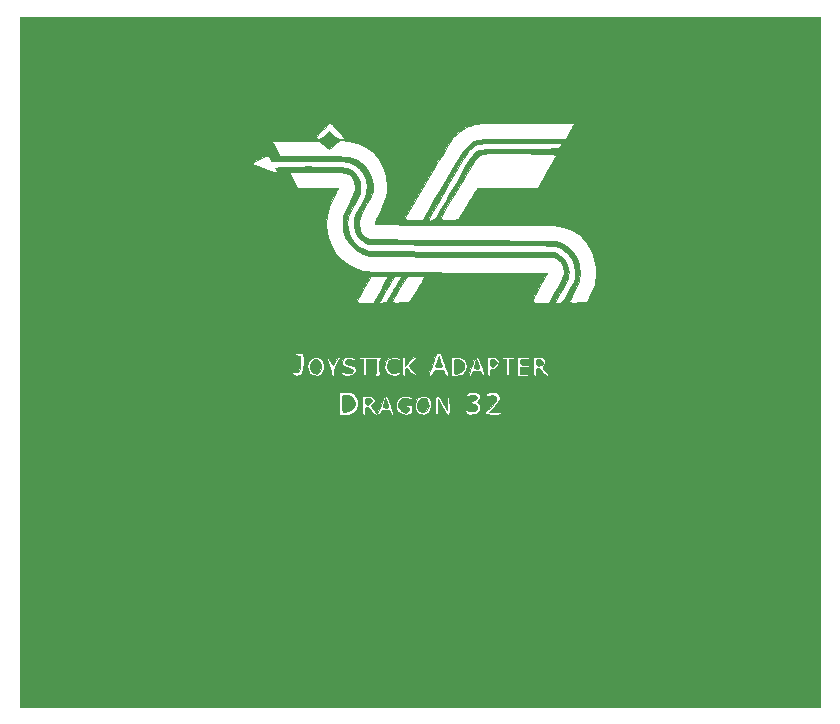
<source format=gto>
%TF.GenerationSoftware,KiCad,Pcbnew,(5.1.8)-1*%
%TF.CreationDate,2021-01-17T21:43:13+01:00*%
%TF.ProjectId,D32 Joystick Adapter Faceplate A1,44333220-4a6f-4797-9374-69636b204164,rev?*%
%TF.SameCoordinates,Original*%
%TF.FileFunction,Legend,Top*%
%TF.FilePolarity,Positive*%
%FSLAX46Y46*%
G04 Gerber Fmt 4.6, Leading zero omitted, Abs format (unit mm)*
G04 Created by KiCad (PCBNEW (5.1.8)-1) date 2021-01-17 21:43:13*
%MOMM*%
%LPD*%
G01*
G04 APERTURE LIST*
%ADD10C,0.010000*%
G04 APERTURE END LIST*
D10*
%TO.C,G\u002A\u002A\u002A*%
G36*
X157056667Y-124460000D02*
G01*
X89323334Y-124460000D01*
X89323334Y-97790000D01*
X116332000Y-97790000D01*
X116332000Y-99737333D01*
X116848467Y-99737333D01*
X117148505Y-99728561D01*
X117345447Y-99686507D01*
X117505250Y-99587565D01*
X117652800Y-99449466D01*
X117837631Y-99236450D01*
X117921347Y-99034346D01*
X117940667Y-98763666D01*
X117920277Y-98487775D01*
X117834635Y-98286408D01*
X117697095Y-98128666D01*
X118279334Y-98128666D01*
X118279334Y-98933000D01*
X118283879Y-99316418D01*
X118300502Y-99559060D01*
X118333687Y-99689313D01*
X118387914Y-99735564D01*
X118406334Y-99737333D01*
X118494640Y-99681410D01*
X118531029Y-99496030D01*
X118533334Y-99398666D01*
X118555582Y-99160154D01*
X118627526Y-99064236D01*
X118656344Y-99060000D01*
X118776534Y-99121723D01*
X118947681Y-99279329D01*
X119051514Y-99398666D01*
X119303461Y-99643188D01*
X119539112Y-99743599D01*
X119738987Y-99696885D01*
X119872595Y-99525666D01*
X119982224Y-99374488D01*
X120163319Y-99317953D01*
X120269281Y-99314000D01*
X120490459Y-99339718D01*
X120610049Y-99440227D01*
X120650000Y-99525666D01*
X120750497Y-99683209D01*
X120852055Y-99737333D01*
X120898170Y-99703853D01*
X120896815Y-99587672D01*
X120843768Y-99365182D01*
X120734806Y-99012772D01*
X120708687Y-98933000D01*
X121115667Y-98933000D01*
X121135486Y-99207303D01*
X121214959Y-99390720D01*
X121353221Y-99532997D01*
X121654538Y-99693573D01*
X122006700Y-99737879D01*
X122334590Y-99657113D01*
X122348900Y-99649687D01*
X122467677Y-99524853D01*
X122511398Y-99293957D01*
X122512667Y-99226354D01*
X122504394Y-99011486D01*
X122446988Y-98916010D01*
X122291567Y-98891473D01*
X122174000Y-98890666D01*
X121961926Y-98909444D01*
X121843969Y-98956354D01*
X121835334Y-98975333D01*
X121907790Y-99038979D01*
X122047000Y-99060000D01*
X122208807Y-99095643D01*
X122258066Y-99232679D01*
X122258667Y-99262608D01*
X122196946Y-99462875D01*
X122038358Y-99557873D01*
X121822770Y-99542226D01*
X121590044Y-99410559D01*
X121535152Y-99360181D01*
X121360690Y-99091685D01*
X121354429Y-98809280D01*
X122720095Y-98809280D01*
X122736069Y-99150824D01*
X122859669Y-99454663D01*
X122955864Y-99568334D01*
X123225512Y-99714244D01*
X123535405Y-99724882D01*
X123827149Y-99602617D01*
X123913515Y-99529515D01*
X124057654Y-99332900D01*
X124116013Y-99084145D01*
X124121334Y-98933000D01*
X124460000Y-98933000D01*
X124464545Y-99316418D01*
X124481169Y-99559060D01*
X124514354Y-99689313D01*
X124568581Y-99735564D01*
X124587000Y-99737333D01*
X124653366Y-99704133D01*
X124693405Y-99584436D01*
X124713149Y-99348092D01*
X124718233Y-99081166D01*
X124722465Y-98425000D01*
X125057924Y-99081166D01*
X125261618Y-99448647D01*
X125420749Y-99664211D01*
X125542298Y-99737243D01*
X125546143Y-99737333D01*
X125618389Y-99720679D01*
X125663121Y-99649748D01*
X125686304Y-99493090D01*
X125687629Y-99445282D01*
X127001437Y-99445282D01*
X127059294Y-99569839D01*
X127148167Y-99645884D01*
X127414123Y-99724877D01*
X127732689Y-99719885D01*
X128001557Y-99641441D01*
X128715787Y-99641441D01*
X128861359Y-99708461D01*
X129161269Y-99734751D01*
X129370667Y-99737333D01*
X129718201Y-99731351D01*
X129926769Y-99709647D01*
X130026438Y-99666584D01*
X130048000Y-99610333D01*
X130008199Y-99535763D01*
X129867506Y-99496199D01*
X129593987Y-99483450D01*
X129552884Y-99483333D01*
X129057768Y-99483333D01*
X129510551Y-99030550D01*
X129800228Y-98702114D01*
X129944719Y-98431639D01*
X129949264Y-98199330D01*
X129819099Y-97985388D01*
X129794000Y-97959333D01*
X129591859Y-97835924D01*
X129339827Y-97783893D01*
X129087702Y-97798751D01*
X128885281Y-97876006D01*
X128782363Y-98011166D01*
X128778000Y-98050962D01*
X128799760Y-98155204D01*
X128896905Y-98159600D01*
X129007529Y-98121875D01*
X129301652Y-98061204D01*
X129512620Y-98122275D01*
X129617352Y-98295593D01*
X129624667Y-98375784D01*
X129590737Y-98543739D01*
X129472784Y-98728167D01*
X129246561Y-98963925D01*
X129159000Y-99045268D01*
X128869218Y-99324917D01*
X128719944Y-99518617D01*
X128715787Y-99641441D01*
X128001557Y-99641441D01*
X128017941Y-99636661D01*
X128104566Y-99581867D01*
X128246795Y-99378347D01*
X128289931Y-99122931D01*
X128231658Y-98884338D01*
X128132064Y-98766139D01*
X128031330Y-98672863D01*
X128059938Y-98584587D01*
X128126624Y-98513947D01*
X128250728Y-98301779D01*
X128228435Y-98093941D01*
X128080708Y-97920569D01*
X127828507Y-97811796D01*
X127623086Y-97790000D01*
X127307627Y-97818463D01*
X127134341Y-97910046D01*
X127084667Y-98062116D01*
X127117483Y-98182288D01*
X127232834Y-98168084D01*
X127547026Y-98075134D01*
X127796206Y-98081901D01*
X127917905Y-98154820D01*
X127974324Y-98279784D01*
X127892477Y-98409369D01*
X127885875Y-98416029D01*
X127726643Y-98525652D01*
X127628953Y-98552000D01*
X127521982Y-98619905D01*
X127508000Y-98679000D01*
X127577522Y-98785439D01*
X127660400Y-98806000D01*
X127869196Y-98868703D01*
X127987875Y-99020249D01*
X128000046Y-99205788D01*
X127889319Y-99370470D01*
X127838781Y-99402887D01*
X127606498Y-99458141D01*
X127295840Y-99403583D01*
X127134866Y-99347636D01*
X127025783Y-99352289D01*
X127001437Y-99445282D01*
X125687629Y-99445282D01*
X125693899Y-99219251D01*
X125693285Y-98961230D01*
X125680889Y-98543057D01*
X125649733Y-98280161D01*
X125598002Y-98159334D01*
X125581834Y-98149841D01*
X125523513Y-98179704D01*
X125488389Y-98330695D01*
X125472513Y-98623663D01*
X125470968Y-98735444D01*
X125465935Y-99356333D01*
X125156136Y-98742500D01*
X124985696Y-98423808D01*
X124855328Y-98234213D01*
X124742044Y-98145657D01*
X124653168Y-98128666D01*
X124563635Y-98136556D01*
X124507161Y-98181341D01*
X124476140Y-98294694D01*
X124462965Y-98508289D01*
X124460028Y-98853799D01*
X124460000Y-98933000D01*
X124121334Y-98933000D01*
X124093277Y-98635350D01*
X123991481Y-98424402D01*
X123913515Y-98336484D01*
X123653862Y-98177227D01*
X123347750Y-98130846D01*
X123064383Y-98204362D01*
X123002829Y-98244092D01*
X122809698Y-98487785D01*
X122720095Y-98809280D01*
X121354429Y-98809280D01*
X121354340Y-98805281D01*
X121509844Y-98512145D01*
X121704810Y-98352452D01*
X121958707Y-98316855D01*
X122300580Y-98402455D01*
X122364500Y-98426855D01*
X122487992Y-98433052D01*
X122512667Y-98358450D01*
X122440368Y-98221880D01*
X122253845Y-98142372D01*
X121998656Y-98120923D01*
X121720363Y-98158535D01*
X121464524Y-98256207D01*
X121353221Y-98333002D01*
X121198765Y-98498869D01*
X121129685Y-98690657D01*
X121115667Y-98933000D01*
X120708687Y-98933000D01*
X120707597Y-98929673D01*
X120579348Y-98555593D01*
X120482100Y-98317981D01*
X120401252Y-98190226D01*
X120322204Y-98145720D01*
X120277856Y-98146507D01*
X120178058Y-98205142D01*
X120072315Y-98366427D01*
X119947585Y-98653841D01*
X119852910Y-98911592D01*
X119734994Y-99233681D01*
X119634943Y-99484610D01*
X119567221Y-99629169D01*
X119549334Y-99650617D01*
X119479839Y-99586798D01*
X119352868Y-99427185D01*
X119285028Y-99333358D01*
X119063056Y-99017666D01*
X119234441Y-98789679D01*
X119344502Y-98623313D01*
X119351759Y-98502304D01*
X119263961Y-98345179D01*
X119149357Y-98211224D01*
X118996335Y-98146917D01*
X118743976Y-98128842D01*
X118700715Y-98128666D01*
X118279334Y-98128666D01*
X117697095Y-98128666D01*
X117652800Y-98077866D01*
X117474717Y-97915521D01*
X117312937Y-97829190D01*
X117101500Y-97795268D01*
X116848467Y-97790000D01*
X116332000Y-97790000D01*
X89323334Y-97790000D01*
X89323334Y-96247041D01*
X112369691Y-96247041D01*
X112395000Y-96350666D01*
X112514589Y-96411735D01*
X112726620Y-96434044D01*
X112957876Y-96413917D01*
X113064490Y-96384294D01*
X113190093Y-96249101D01*
X113276157Y-95966093D01*
X113316025Y-95594056D01*
X113645534Y-95594056D01*
X113675819Y-95893954D01*
X113825665Y-96185782D01*
X113884179Y-96254558D01*
X114132614Y-96409233D01*
X114431809Y-96441729D01*
X114718142Y-96354732D01*
X114886522Y-96212248D01*
X115033290Y-95909632D01*
X115066697Y-95562571D01*
X114988474Y-95234119D01*
X114854182Y-95034484D01*
X114587259Y-94854322D01*
X114573508Y-94852407D01*
X115240156Y-94852407D01*
X115277276Y-95023812D01*
X115399943Y-95278012D01*
X115603619Y-95746064D01*
X115654667Y-96082345D01*
X115673974Y-96323186D01*
X115738595Y-96426343D01*
X115781667Y-96435333D01*
X115868601Y-96381291D01*
X115904195Y-96207552D01*
X116501334Y-96207552D01*
X116538777Y-96324701D01*
X116671396Y-96392930D01*
X116929627Y-96424016D01*
X117072834Y-96428649D01*
X117390714Y-96392874D01*
X117602000Y-96266000D01*
X117748991Y-96040316D01*
X117733065Y-95832329D01*
X117560541Y-95653964D01*
X117237738Y-95517150D01*
X117199834Y-95506838D01*
X116957075Y-95420584D01*
X116851446Y-95314730D01*
X116840000Y-95248349D01*
X116911267Y-95099965D01*
X117094793Y-95026177D01*
X117345170Y-95039823D01*
X117457138Y-95073875D01*
X117624159Y-95120080D01*
X117683781Y-95077495D01*
X117686667Y-95045296D01*
X117607945Y-94911902D01*
X117605689Y-94911212D01*
X117856000Y-94911212D01*
X117929572Y-94970744D01*
X118106838Y-94995993D01*
X118110000Y-94996000D01*
X118364000Y-94996000D01*
X118364000Y-95715666D01*
X118369422Y-96075461D01*
X118389159Y-96295669D01*
X118428417Y-96405790D01*
X118491000Y-96435333D01*
X118554493Y-96404608D01*
X118593354Y-96292766D01*
X118612787Y-96070306D01*
X118618000Y-95715666D01*
X118618000Y-94996000D01*
X119464667Y-94996000D01*
X119464667Y-95631000D01*
X119458014Y-95965945D01*
X119433973Y-96162554D01*
X119386419Y-96251450D01*
X119337667Y-96266000D01*
X119224995Y-96311717D01*
X119210667Y-96350666D01*
X119285779Y-96403685D01*
X119473418Y-96433174D01*
X119549334Y-96435333D01*
X119761407Y-96416555D01*
X119879364Y-96369645D01*
X119888000Y-96350666D01*
X119823571Y-96268460D01*
X119803334Y-96266000D01*
X119760672Y-96187207D01*
X119730937Y-95973922D01*
X119721937Y-95742719D01*
X120174142Y-95742719D01*
X120221309Y-95953433D01*
X120393123Y-96233747D01*
X120672557Y-96394979D01*
X121039458Y-96429168D01*
X121306167Y-96381969D01*
X121454729Y-96294731D01*
X121496667Y-96204733D01*
X121449843Y-96120390D01*
X121348500Y-96141915D01*
X120983707Y-96243797D01*
X120706035Y-96201554D01*
X120517794Y-96016287D01*
X120422888Y-95701358D01*
X120425957Y-95631000D01*
X121666000Y-95631000D01*
X121670545Y-96014418D01*
X121687169Y-96257060D01*
X121720354Y-96387313D01*
X121774581Y-96433564D01*
X121793000Y-96435333D01*
X121887677Y-96369895D01*
X121919891Y-96162242D01*
X121920000Y-96143996D01*
X121943297Y-95904944D01*
X122019289Y-95818015D01*
X122157127Y-95882227D01*
X122365510Y-96096065D01*
X122557283Y-96289174D01*
X122730203Y-96412056D01*
X122803839Y-96435333D01*
X122859879Y-96405169D01*
X122841679Y-96358224D01*
X123949955Y-96358224D01*
X123971805Y-96420543D01*
X124035032Y-96435331D01*
X124036003Y-96435333D01*
X124181218Y-96356777D01*
X124277980Y-96181333D01*
X124348720Y-96025039D01*
X124454185Y-95950666D01*
X124650939Y-95928364D01*
X124759284Y-95927333D01*
X125005469Y-95938215D01*
X125140327Y-95990820D01*
X125221452Y-96115087D01*
X125247917Y-96181333D01*
X125362664Y-96368519D01*
X125492042Y-96435333D01*
X125549327Y-96418098D01*
X125567230Y-96349386D01*
X125540641Y-96203683D01*
X125464452Y-95955475D01*
X125333555Y-95579250D01*
X125304146Y-95496963D01*
X125172773Y-95127404D01*
X125067735Y-94826666D01*
X125814667Y-94826666D01*
X125814667Y-96435333D01*
X126244513Y-96435333D01*
X126532698Y-96417869D01*
X126621091Y-96386090D01*
X127330181Y-96386090D01*
X127367007Y-96433395D01*
X127384910Y-96435333D01*
X127506602Y-96364559D01*
X127592667Y-96223666D01*
X127685810Y-96074633D01*
X127850191Y-96017264D01*
X127973386Y-96012000D01*
X128200917Y-96040726D01*
X128331007Y-96150235D01*
X128370072Y-96223666D01*
X128477037Y-96379815D01*
X128576164Y-96435333D01*
X128611938Y-96380510D01*
X128586759Y-96206770D01*
X128497756Y-95900208D01*
X128414408Y-95652166D01*
X128277743Y-95277038D01*
X128171599Y-95038999D01*
X128081427Y-94911912D01*
X127992679Y-94869640D01*
X127978472Y-94869000D01*
X127888136Y-94901304D01*
X127797521Y-95015464D01*
X127692007Y-95237348D01*
X127556972Y-95592822D01*
X127535786Y-95652166D01*
X127409769Y-96020398D01*
X127342834Y-96256732D01*
X127330181Y-96386090D01*
X126621091Y-96386090D01*
X126730845Y-96346632D01*
X126916321Y-96193355D01*
X126921846Y-96187846D01*
X127108282Y-95939712D01*
X127168845Y-95664740D01*
X127169334Y-95631000D01*
X127095287Y-95284107D01*
X126886521Y-95023342D01*
X126563096Y-94866151D01*
X126244513Y-94826666D01*
X128862667Y-94826666D01*
X128862667Y-95631000D01*
X128867212Y-96014418D01*
X128883836Y-96257060D01*
X128917020Y-96387313D01*
X128971247Y-96433564D01*
X128989667Y-96435333D01*
X129083598Y-96371073D01*
X129116437Y-96165988D01*
X129116667Y-96139000D01*
X129131252Y-95939629D01*
X129202659Y-95857872D01*
X129357545Y-95842666D01*
X129626663Y-95766831D01*
X129821487Y-95568548D01*
X129899726Y-95291651D01*
X129899834Y-95280575D01*
X129829521Y-95034908D01*
X129657430Y-94911333D01*
X129963334Y-94911333D01*
X130036906Y-94970780D01*
X130214173Y-94995993D01*
X130217334Y-94996000D01*
X130471334Y-94996000D01*
X130471334Y-95715666D01*
X130476756Y-96075461D01*
X130496492Y-96295669D01*
X130535750Y-96405790D01*
X130598334Y-96435333D01*
X130661827Y-96404608D01*
X130700687Y-96292766D01*
X130720120Y-96070306D01*
X130725334Y-95715666D01*
X130725334Y-94996000D01*
X131021667Y-94996000D01*
X131217534Y-94974734D01*
X131315441Y-94922444D01*
X131318000Y-94911333D01*
X131238784Y-94869404D01*
X131022514Y-94839939D01*
X130701260Y-94826948D01*
X130640667Y-94826666D01*
X131402667Y-94826666D01*
X131402667Y-96435333D01*
X131953000Y-96435333D01*
X132240582Y-96423370D01*
X132437476Y-96391681D01*
X132503334Y-96350666D01*
X132427187Y-96302369D01*
X132232491Y-96271713D01*
X132080000Y-96266000D01*
X131656667Y-96266000D01*
X131656667Y-95673333D01*
X132080000Y-95673333D01*
X132321488Y-95658103D01*
X132474765Y-95619164D01*
X132503334Y-95588666D01*
X132427187Y-95540369D01*
X132232491Y-95509713D01*
X132080000Y-95504000D01*
X131829397Y-95498450D01*
X131704431Y-95464330D01*
X131661420Y-95375431D01*
X131656667Y-95250000D01*
X131665916Y-95099638D01*
X131722783Y-95024658D01*
X131870948Y-94998852D01*
X132080000Y-94996000D01*
X132321488Y-94980770D01*
X132474765Y-94941831D01*
X132503334Y-94911333D01*
X132425576Y-94867089D01*
X132219594Y-94836798D01*
X131953000Y-94826666D01*
X132757334Y-94826666D01*
X132757334Y-95631000D01*
X132761879Y-96014418D01*
X132778502Y-96257060D01*
X132811687Y-96387313D01*
X132865914Y-96433564D01*
X132884334Y-96435333D01*
X132972640Y-96379410D01*
X133009029Y-96194030D01*
X133011334Y-96096666D01*
X133034749Y-95855340D01*
X133108897Y-95760763D01*
X133131219Y-95758000D01*
X133249242Y-95819988D01*
X133417893Y-95978198D01*
X133519334Y-96096666D01*
X133695492Y-96291379D01*
X133848479Y-96413828D01*
X133907448Y-96435333D01*
X134005504Y-96409773D01*
X133997364Y-96319345D01*
X133876321Y-96143427D01*
X133771399Y-96017002D01*
X133623259Y-95829550D01*
X133578784Y-95712580D01*
X133623396Y-95615360D01*
X133647840Y-95587002D01*
X133751647Y-95376299D01*
X133762450Y-95130437D01*
X133677183Y-94933904D01*
X133671734Y-94928266D01*
X133531220Y-94867875D01*
X133291946Y-94831483D01*
X133163734Y-94826666D01*
X132757334Y-94826666D01*
X131953000Y-94826666D01*
X131402667Y-94826666D01*
X130640667Y-94826666D01*
X130305235Y-94836568D01*
X130069520Y-94863602D01*
X129965591Y-94903759D01*
X129963334Y-94911333D01*
X129657430Y-94911333D01*
X129618878Y-94883650D01*
X129268351Y-94827101D01*
X129227485Y-94826666D01*
X128862667Y-94826666D01*
X126244513Y-94826666D01*
X125814667Y-94826666D01*
X125067735Y-94826666D01*
X125065451Y-94820127D01*
X124993446Y-94607763D01*
X124968000Y-94523296D01*
X124905080Y-94474770D01*
X124763217Y-94488351D01*
X124612755Y-94546230D01*
X124524040Y-94630595D01*
X124522201Y-94636166D01*
X124476595Y-94775446D01*
X124387432Y-95032356D01*
X124269220Y-95365456D01*
X124181279Y-95609833D01*
X124049830Y-95980495D01*
X123974343Y-96220750D01*
X123949955Y-96358224D01*
X122841679Y-96358224D01*
X122819679Y-96301481D01*
X122673500Y-96104472D01*
X122593041Y-96006873D01*
X122234314Y-95578412D01*
X122542824Y-95262469D01*
X122751859Y-95034743D01*
X122839178Y-94898246D01*
X122812895Y-94835499D01*
X122745500Y-94825977D01*
X122637807Y-94884999D01*
X122462586Y-95039460D01*
X122283087Y-95228144D01*
X121926506Y-95631000D01*
X121923253Y-95228833D01*
X121905813Y-94969333D01*
X121852448Y-94846964D01*
X121793000Y-94826666D01*
X121732460Y-94855453D01*
X121694148Y-94960736D01*
X121673582Y-95170904D01*
X121666279Y-95514343D01*
X121666000Y-95631000D01*
X120425957Y-95631000D01*
X120437561Y-95365074D01*
X120573444Y-95136712D01*
X120812796Y-95027413D01*
X121137878Y-95048319D01*
X121348500Y-95120084D01*
X121470919Y-95132635D01*
X121496667Y-95056450D01*
X121430974Y-94922573D01*
X121226011Y-94847607D01*
X120911834Y-94826666D01*
X120586098Y-94900233D01*
X120341240Y-95099182D01*
X120197256Y-95390886D01*
X120174142Y-95742719D01*
X119721937Y-95742719D01*
X119718746Y-95660778D01*
X119718667Y-95631000D01*
X119729172Y-95311039D01*
X119757611Y-95088025D01*
X119799363Y-94996594D01*
X119803334Y-94996000D01*
X119885585Y-94936129D01*
X119888000Y-94917549D01*
X119808683Y-94886524D01*
X119592103Y-94860271D01*
X119270318Y-94841466D01*
X118875385Y-94832783D01*
X118872000Y-94832762D01*
X118421290Y-94836756D01*
X118090885Y-94854113D01*
X117898711Y-94883449D01*
X117856000Y-94911212D01*
X117605689Y-94911212D01*
X117372937Y-94840047D01*
X117135456Y-94826666D01*
X116838474Y-94888416D01*
X116646671Y-95058746D01*
X116586000Y-95288013D01*
X116621871Y-95469970D01*
X116750408Y-95601572D01*
X117002998Y-95708357D01*
X117157500Y-95752985D01*
X117417121Y-95857338D01*
X117510994Y-95986142D01*
X117438062Y-96137452D01*
X117390123Y-96181507D01*
X117192887Y-96244730D01*
X116895521Y-96212942D01*
X116649500Y-96135870D01*
X116526076Y-96131304D01*
X116501334Y-96207552D01*
X115904195Y-96207552D01*
X115905600Y-96200697D01*
X115908667Y-96084864D01*
X115974012Y-95707747D01*
X116162667Y-95321592D01*
X116319578Y-95061575D01*
X116394756Y-94913320D01*
X116397194Y-94845610D01*
X116335885Y-94827229D01*
X116305257Y-94826666D01*
X116200886Y-94894735D01*
X116064045Y-95067164D01*
X115999095Y-95173182D01*
X115804343Y-95519697D01*
X115597706Y-95173182D01*
X115418670Y-94917392D01*
X115293387Y-94813701D01*
X115240156Y-94852407D01*
X114573508Y-94852407D01*
X114319852Y-94817084D01*
X114071968Y-94897604D01*
X113863616Y-95070716D01*
X113714802Y-95311255D01*
X113645534Y-95594056D01*
X113316025Y-95594056D01*
X113320465Y-95552628D01*
X113320801Y-95026060D01*
X113293197Y-94593833D01*
X113214603Y-94517556D01*
X113040233Y-94484236D01*
X112836543Y-94491825D01*
X112669988Y-94538273D01*
X112606667Y-94615000D01*
X112680268Y-94717143D01*
X112818334Y-94742000D01*
X112923868Y-94749359D01*
X112986785Y-94794622D01*
X113018101Y-94912571D01*
X113028833Y-95137984D01*
X113030000Y-95410274D01*
X113016405Y-95797630D01*
X112967279Y-96038475D01*
X112870111Y-96154061D01*
X112712390Y-96165639D01*
X112601865Y-96137475D01*
X112445089Y-96144967D01*
X112369691Y-96247041D01*
X89323334Y-96247041D01*
X89323334Y-90191166D01*
X117774967Y-90191166D01*
X117851582Y-90219316D01*
X118059674Y-90241066D01*
X118361418Y-90253200D01*
X118521478Y-90254666D01*
X119271622Y-90254666D01*
X119295692Y-90211961D01*
X119718667Y-90211961D01*
X119792846Y-90240067D01*
X119976038Y-90242073D01*
X120023823Y-90238610D01*
X120149237Y-90221284D01*
X120254174Y-90178221D01*
X120263200Y-90170265D01*
X120819334Y-90170265D01*
X120902314Y-90217582D01*
X121148081Y-90239934D01*
X121551877Y-90236891D01*
X121554747Y-90236796D01*
X122290161Y-90212333D01*
X122906548Y-89196333D01*
X123129803Y-88821450D01*
X123317434Y-88493270D01*
X123453259Y-88241106D01*
X123521098Y-88094271D01*
X123525801Y-88074500D01*
X123469552Y-88016350D01*
X123284849Y-87982165D01*
X122953534Y-87969025D01*
X122867516Y-87968666D01*
X122485463Y-87983040D01*
X122206274Y-88023026D01*
X122075071Y-88074500D01*
X121984340Y-88184379D01*
X121834750Y-88403597D01*
X121646452Y-88698526D01*
X121439596Y-89035536D01*
X121234330Y-89380997D01*
X121050807Y-89701280D01*
X120909174Y-89962756D01*
X120829583Y-90131794D01*
X120819334Y-90170265D01*
X120263200Y-90170265D01*
X120358788Y-90086015D01*
X120483237Y-89921261D01*
X120647673Y-89660553D01*
X120872254Y-89280485D01*
X120921355Y-89196333D01*
X121140155Y-88818828D01*
X121328927Y-88488935D01*
X121470702Y-88236619D01*
X121548511Y-88091845D01*
X121556591Y-88074500D01*
X121518412Y-88004924D01*
X121376792Y-87970340D01*
X121194922Y-87975612D01*
X121035992Y-88025604D01*
X121023478Y-88033463D01*
X120953429Y-88122343D01*
X120819650Y-88324668D01*
X120641424Y-88608238D01*
X120438038Y-88940854D01*
X120228777Y-89290318D01*
X120032927Y-89624431D01*
X119869772Y-89910994D01*
X119758599Y-90117808D01*
X119718667Y-90211961D01*
X119295692Y-90211961D01*
X119877131Y-89180385D01*
X120088926Y-88791529D01*
X120257461Y-88456405D01*
X120370140Y-88202119D01*
X120414364Y-88055774D01*
X120410122Y-88033588D01*
X120296284Y-88002356D01*
X120059658Y-87984715D01*
X119746454Y-87983627D01*
X119668302Y-87986035D01*
X118999000Y-88011000D01*
X118388801Y-89069333D01*
X118171269Y-89450391D01*
X117987449Y-89779570D01*
X117852570Y-90029037D01*
X117781862Y-90170961D01*
X117774967Y-90191166D01*
X89323334Y-90191166D01*
X89323334Y-79245208D01*
X112183334Y-79245208D01*
X112219318Y-79360248D01*
X112314592Y-79581791D01*
X112450134Y-79866204D01*
X112480731Y-79927446D01*
X112778129Y-80518000D01*
X114512731Y-80518000D01*
X115033959Y-80519334D01*
X115492515Y-80523061D01*
X115863356Y-80528765D01*
X116121439Y-80536030D01*
X116241722Y-80544443D01*
X116247334Y-80546758D01*
X116211328Y-80629249D01*
X116113927Y-80829998D01*
X115971052Y-81116616D01*
X115838801Y-81377930D01*
X115498556Y-82150047D01*
X115298266Y-82872876D01*
X115232512Y-83583968D01*
X115295876Y-84320870D01*
X115364198Y-84667066D01*
X115608001Y-85366002D01*
X116000598Y-86007759D01*
X116526694Y-86576970D01*
X117170993Y-87058268D01*
X117918199Y-87436286D01*
X118237000Y-87553327D01*
X118331216Y-87573621D01*
X118490930Y-87591967D01*
X118725256Y-87608544D01*
X119043308Y-87623531D01*
X119454200Y-87637108D01*
X119967046Y-87649454D01*
X120590959Y-87660749D01*
X121335053Y-87671171D01*
X122208441Y-87680901D01*
X123220239Y-87690116D01*
X124379559Y-87698998D01*
X125695515Y-87707725D01*
X126257801Y-87711152D01*
X133939935Y-87757000D01*
X133275532Y-88960953D01*
X133055094Y-89367767D01*
X132871155Y-89721433D01*
X132736440Y-89996300D01*
X132663675Y-90166717D01*
X132656009Y-90209787D01*
X132755842Y-90230448D01*
X132982157Y-90246086D01*
X133292120Y-90254122D01*
X133401506Y-90254666D01*
X134102122Y-90254666D01*
X134561578Y-89471500D01*
X134858502Y-88958961D01*
X135076292Y-88564757D01*
X135226243Y-88264053D01*
X135319645Y-88032014D01*
X135367793Y-87843808D01*
X135381979Y-87674602D01*
X135382000Y-87667335D01*
X135304604Y-87225414D01*
X135087283Y-86844320D01*
X134801486Y-86594167D01*
X134493000Y-86402333D01*
X126661334Y-86360000D01*
X118829667Y-86317666D01*
X118326672Y-86115036D01*
X117798695Y-85820729D01*
X117322740Y-85400906D01*
X116944941Y-84899280D01*
X116842764Y-84709000D01*
X116721433Y-84404077D01*
X116656994Y-84083435D01*
X116635205Y-83673883D01*
X116634915Y-83640862D01*
X116636418Y-83377207D01*
X116652932Y-83164071D01*
X116696352Y-82962862D01*
X116778572Y-82734985D01*
X116911487Y-82441848D01*
X117106992Y-82044857D01*
X117158614Y-81941685D01*
X117378545Y-81493237D01*
X117528963Y-81158019D01*
X117622188Y-80901013D01*
X117670537Y-80687199D01*
X117686330Y-80481560D01*
X117686667Y-80440553D01*
X117630268Y-79981295D01*
X117453945Y-79630166D01*
X117147006Y-79365904D01*
X117146024Y-79365309D01*
X117054278Y-79317641D01*
X116940826Y-79279941D01*
X116785021Y-79250741D01*
X116566214Y-79228574D01*
X116263756Y-79211973D01*
X115857001Y-79199470D01*
X115325300Y-79189597D01*
X114648005Y-79180888D01*
X114532834Y-79179594D01*
X113761996Y-79173554D01*
X113152943Y-79174529D01*
X112698266Y-79182727D01*
X112390551Y-79198354D01*
X112222390Y-79221618D01*
X112183334Y-79245208D01*
X89323334Y-79245208D01*
X89323334Y-78486151D01*
X108881334Y-78486151D01*
X108956901Y-78529133D01*
X109163092Y-78611789D01*
X109469135Y-78722547D01*
X109844262Y-78849834D01*
X109876167Y-78860329D01*
X110269180Y-78989757D01*
X110609683Y-79102720D01*
X110861885Y-79187290D01*
X110989992Y-79231534D01*
X110991532Y-79232109D01*
X111073158Y-79228695D01*
X111055032Y-79135698D01*
X110974776Y-78936685D01*
X110946608Y-78867000D01*
X111011116Y-78829422D01*
X111222394Y-78797570D01*
X111557981Y-78771431D01*
X111995411Y-78750988D01*
X112512220Y-78736227D01*
X113085944Y-78727133D01*
X113694119Y-78723692D01*
X114314281Y-78725888D01*
X114923965Y-78733708D01*
X115500708Y-78747135D01*
X116022044Y-78766155D01*
X116465511Y-78790753D01*
X116808643Y-78820916D01*
X117028977Y-78856626D01*
X117074397Y-78871040D01*
X117531690Y-79147227D01*
X117867496Y-79534528D01*
X118070978Y-80015878D01*
X118131937Y-80536472D01*
X118122063Y-80754770D01*
X118087162Y-80952590D01*
X118013116Y-81167682D01*
X117885810Y-81437798D01*
X117691128Y-81800689D01*
X117593729Y-81975805D01*
X117363869Y-82396247D01*
X117207502Y-82712126D01*
X117109368Y-82963089D01*
X117054207Y-83188783D01*
X117026758Y-83428856D01*
X117025084Y-83453154D01*
X117067896Y-84037166D01*
X117262765Y-84592512D01*
X117592420Y-85089488D01*
X118039588Y-85498386D01*
X118311529Y-85665662D01*
X118745000Y-85894333D01*
X126661334Y-85936666D01*
X134577667Y-85979000D01*
X134959577Y-86203531D01*
X135363125Y-86529691D01*
X135626829Y-86951239D01*
X135750438Y-87467719D01*
X135760597Y-87677397D01*
X135756175Y-87895491D01*
X135731474Y-88082443D01*
X135672792Y-88274456D01*
X135566429Y-88507733D01*
X135398682Y-88818478D01*
X135191500Y-89181137D01*
X134981973Y-89547246D01*
X134806954Y-89858582D01*
X134682018Y-90087021D01*
X134622738Y-90204438D01*
X134620000Y-90213240D01*
X134694470Y-90240777D01*
X134877260Y-90254363D01*
X134912599Y-90254666D01*
X135067140Y-90243426D01*
X135186114Y-90189187D01*
X135303164Y-90061171D01*
X135451934Y-89828601D01*
X135537302Y-89683166D01*
X135826767Y-89179453D01*
X136039107Y-88791383D01*
X136185825Y-88490313D01*
X136278421Y-88247597D01*
X136328397Y-88034591D01*
X136347257Y-87822651D01*
X136348166Y-87663794D01*
X136258269Y-87071727D01*
X136019175Y-86522962D01*
X135650472Y-86047211D01*
X135171750Y-85674184D01*
X134964582Y-85565326D01*
X134896804Y-85535142D01*
X134824933Y-85508492D01*
X134738370Y-85485091D01*
X134626513Y-85464659D01*
X134478762Y-85446913D01*
X134284516Y-85431571D01*
X134033174Y-85418351D01*
X133714136Y-85406971D01*
X133316800Y-85397148D01*
X132830568Y-85388601D01*
X132244836Y-85381048D01*
X131549006Y-85374206D01*
X130732476Y-85367794D01*
X129784645Y-85361529D01*
X128694913Y-85355129D01*
X127452679Y-85348313D01*
X126647403Y-85344000D01*
X118717139Y-85301666D01*
X118350069Y-85043907D01*
X117944765Y-84663353D01*
X117679618Y-84198240D01*
X117566013Y-83669931D01*
X117562509Y-83566000D01*
X117563282Y-83397281D01*
X117574727Y-83251605D01*
X117607074Y-83102915D01*
X117670555Y-82925156D01*
X117775401Y-82692272D01*
X117931841Y-82378207D01*
X118150106Y-81956905D01*
X118327122Y-81618666D01*
X118498490Y-81273594D01*
X118598687Y-81008515D01*
X118645532Y-80759357D01*
X118656840Y-80462047D01*
X118656738Y-80433333D01*
X118578530Y-79840418D01*
X118358833Y-79313523D01*
X118009920Y-78877993D01*
X117833005Y-78732185D01*
X117660264Y-78607791D01*
X117505087Y-78505944D01*
X117349018Y-78424390D01*
X117173601Y-78360874D01*
X116960377Y-78313143D01*
X116690892Y-78278942D01*
X116346687Y-78256018D01*
X115909308Y-78242115D01*
X115360296Y-78234980D01*
X114681196Y-78232359D01*
X113853550Y-78231998D01*
X113737512Y-78232000D01*
X110571037Y-78232000D01*
X110474595Y-78020333D01*
X110366814Y-77864140D01*
X110266144Y-77808666D01*
X110145062Y-77843194D01*
X109927983Y-77932997D01*
X109657164Y-78057404D01*
X109374857Y-78195741D01*
X109123319Y-78327336D01*
X108944802Y-78431519D01*
X108881334Y-78486151D01*
X89323334Y-78486151D01*
X89323334Y-76614443D01*
X110659334Y-76614443D01*
X110698807Y-76719984D01*
X110803086Y-76929221D01*
X110950963Y-77199993D01*
X110976304Y-77244552D01*
X111293275Y-77798885D01*
X114214804Y-77828379D01*
X115063815Y-77837823D01*
X115762467Y-77849524D01*
X116329734Y-77866716D01*
X116784586Y-77892633D01*
X117145997Y-77930509D01*
X117432938Y-77983579D01*
X117664382Y-78055075D01*
X117859301Y-78148234D01*
X118036668Y-78266288D01*
X118215453Y-78412472D01*
X118352011Y-78533633D01*
X118763070Y-79009100D01*
X119036899Y-79576398D01*
X119177734Y-80244479D01*
X119182069Y-80288198D01*
X119195638Y-80466491D01*
X119194149Y-80626613D01*
X119168842Y-80790468D01*
X119110958Y-80979961D01*
X119011741Y-81216995D01*
X118862430Y-81523475D01*
X118654267Y-81921306D01*
X118378495Y-82432392D01*
X118176128Y-82804000D01*
X118080629Y-83034641D01*
X118039938Y-83306081D01*
X118043716Y-83668995D01*
X118070447Y-83996689D01*
X118122499Y-84214504D01*
X118219573Y-84381801D01*
X118317073Y-84492538D01*
X118542198Y-84679835D01*
X118782847Y-84813552D01*
X118822466Y-84827530D01*
X118947059Y-84840612D01*
X119230343Y-84854159D01*
X119661676Y-84867989D01*
X120230414Y-84881922D01*
X120925917Y-84895774D01*
X121737542Y-84909367D01*
X122654648Y-84922518D01*
X123666592Y-84935046D01*
X124762733Y-84946770D01*
X125932428Y-84957509D01*
X126911572Y-84965252D01*
X134739477Y-85022863D01*
X135166572Y-85213035D01*
X135683840Y-85527136D01*
X136136030Y-85962928D01*
X136474922Y-86473611D01*
X136483693Y-86491354D01*
X136593590Y-86752451D01*
X136657296Y-87017525D01*
X136686081Y-87348478D01*
X136691419Y-87632415D01*
X136689374Y-87945912D01*
X136671895Y-88188290D01*
X136626383Y-88406257D01*
X136540236Y-88646518D01*
X136400854Y-88955781D01*
X136249834Y-89269277D01*
X136077710Y-89626526D01*
X135936615Y-89925122D01*
X135841006Y-90134063D01*
X135805339Y-90222342D01*
X135805334Y-90222539D01*
X135883652Y-90236947D01*
X136093529Y-90243401D01*
X136397343Y-90241207D01*
X136571882Y-90236677D01*
X137338430Y-90212333D01*
X137689640Y-89450333D01*
X137861869Y-89059081D01*
X137970630Y-88751019D01*
X138032876Y-88460319D01*
X138065561Y-88121153D01*
X138074147Y-87957386D01*
X138064488Y-87209165D01*
X137955109Y-86553154D01*
X137736290Y-85938128D01*
X137661027Y-85780125D01*
X137233183Y-85101859D01*
X136692046Y-84548747D01*
X136042560Y-84124730D01*
X135289673Y-83833748D01*
X135181785Y-83805225D01*
X135067761Y-83778956D01*
X134940822Y-83755883D01*
X134789831Y-83735798D01*
X134603651Y-83718494D01*
X134371143Y-83703761D01*
X134081171Y-83691393D01*
X133722597Y-83681181D01*
X133284283Y-83672916D01*
X132755094Y-83666391D01*
X132123890Y-83661398D01*
X131379535Y-83657728D01*
X130510891Y-83655175D01*
X129506821Y-83653528D01*
X128356187Y-83652581D01*
X127047853Y-83652126D01*
X126985889Y-83652114D01*
X125627374Y-83651406D01*
X124429482Y-83649752D01*
X123383503Y-83647028D01*
X122480729Y-83643113D01*
X121712450Y-83637883D01*
X121069958Y-83631217D01*
X120544544Y-83622991D01*
X120127498Y-83613083D01*
X119810112Y-83601371D01*
X119583677Y-83587733D01*
X119439484Y-83572045D01*
X119368824Y-83554185D01*
X119358478Y-83544833D01*
X119380717Y-83431366D01*
X119453269Y-83240352D01*
X123917925Y-83240352D01*
X123918518Y-83241654D01*
X124044922Y-83306903D01*
X124236629Y-83286225D01*
X124392400Y-83206166D01*
X124404195Y-83190485D01*
X124883334Y-83190485D01*
X124961832Y-83206401D01*
X125172672Y-83218860D01*
X125478873Y-83226148D01*
X125678608Y-83227333D01*
X126063500Y-83222415D01*
X126310758Y-83204271D01*
X126451889Y-83167813D01*
X126518397Y-83107955D01*
X126526412Y-83090447D01*
X126596808Y-82948038D01*
X126733959Y-82702105D01*
X126919667Y-82382604D01*
X127135733Y-82019490D01*
X127363960Y-81642719D01*
X127586148Y-81282246D01*
X127784100Y-80968029D01*
X127939618Y-80730023D01*
X128034502Y-80598183D01*
X128049819Y-80582796D01*
X128155296Y-80566920D01*
X128408185Y-80552323D01*
X128786565Y-80539559D01*
X129268516Y-80529181D01*
X129832119Y-80521743D01*
X130455451Y-80517797D01*
X130640667Y-80517390D01*
X133138334Y-80514187D01*
X133874811Y-79241841D01*
X134119477Y-78815334D01*
X134335470Y-78431598D01*
X134507747Y-78117936D01*
X134621262Y-77901652D01*
X134659409Y-77817881D01*
X134664096Y-77777079D01*
X134638781Y-77743713D01*
X134567167Y-77716592D01*
X134432959Y-77694527D01*
X134219858Y-77676328D01*
X133911570Y-77660804D01*
X133491797Y-77646766D01*
X132944243Y-77633025D01*
X132252612Y-77618389D01*
X131806265Y-77609554D01*
X130960684Y-77594140D01*
X130266560Y-77585251D01*
X129706087Y-77584543D01*
X129261457Y-77593669D01*
X128914864Y-77614285D01*
X128648503Y-77648047D01*
X128444565Y-77696608D01*
X128285246Y-77761624D01*
X128152738Y-77844750D01*
X128029234Y-77947640D01*
X128013451Y-77962059D01*
X127932379Y-78068462D01*
X127780511Y-78297562D01*
X127570065Y-78628947D01*
X127313259Y-79042208D01*
X127022313Y-79516935D01*
X126709445Y-80032719D01*
X126386874Y-80569150D01*
X126066818Y-81105817D01*
X125761497Y-81622313D01*
X125483129Y-82098226D01*
X125243933Y-82513147D01*
X125056128Y-82846666D01*
X124931932Y-83078373D01*
X124883564Y-83187860D01*
X124883334Y-83190485D01*
X124404195Y-83190485D01*
X124465910Y-83108438D01*
X124610792Y-82881570D01*
X124815892Y-82544285D01*
X125070055Y-82115304D01*
X125362125Y-81613350D01*
X125680949Y-81057144D01*
X125842695Y-80772000D01*
X126276386Y-80005635D01*
X126636019Y-79373028D01*
X126930388Y-78860257D01*
X127168290Y-78453401D01*
X127358520Y-78138538D01*
X127509873Y-77901748D01*
X127631146Y-77729109D01*
X127731132Y-77606700D01*
X127818629Y-77520600D01*
X127902431Y-77456887D01*
X127960477Y-77420042D01*
X128037158Y-77379152D01*
X128130293Y-77345554D01*
X128256690Y-77318388D01*
X128433159Y-77296798D01*
X128676509Y-77279924D01*
X129003551Y-77266909D01*
X129431092Y-77256895D01*
X129975944Y-77249024D01*
X130654914Y-77242437D01*
X131484812Y-77236277D01*
X131572000Y-77235684D01*
X132412371Y-77229757D01*
X133099665Y-77223851D01*
X133650137Y-77217038D01*
X134080041Y-77208390D01*
X134405632Y-77196980D01*
X134643162Y-77181880D01*
X134808887Y-77162161D01*
X134919062Y-77136897D01*
X134989939Y-77105159D01*
X135037773Y-77066020D01*
X135064046Y-77036365D01*
X135157559Y-76881645D01*
X135164883Y-76783847D01*
X135072014Y-76766654D01*
X134826978Y-76751129D01*
X134446939Y-76737641D01*
X133949057Y-76726560D01*
X133350496Y-76718253D01*
X132668416Y-76713090D01*
X131919981Y-76711439D01*
X131799837Y-76711521D01*
X130893993Y-76713284D01*
X130140534Y-76717933D01*
X129522512Y-76727656D01*
X129022980Y-76744638D01*
X128624991Y-76771065D01*
X128311596Y-76809124D01*
X128065850Y-76861000D01*
X127870803Y-76928881D01*
X127709510Y-77014951D01*
X127565022Y-77121397D01*
X127420393Y-77250406D01*
X127388400Y-77280586D01*
X127254089Y-77441931D01*
X127057544Y-77722837D01*
X126817593Y-78094196D01*
X126553066Y-78526902D01*
X126292956Y-78973919D01*
X125962756Y-79553897D01*
X125585954Y-80212471D01*
X125199584Y-80885108D01*
X124840679Y-81507274D01*
X124682002Y-81781154D01*
X124432166Y-82218843D01*
X124218384Y-82607437D01*
X124053112Y-82923105D01*
X123948807Y-83142019D01*
X123917925Y-83240352D01*
X119453269Y-83240352D01*
X119467835Y-83202003D01*
X119484745Y-83163833D01*
X121861653Y-83163833D01*
X121923706Y-83191211D01*
X122120214Y-83212661D01*
X122416323Y-83225248D01*
X122615678Y-83227333D01*
X123406015Y-83227333D01*
X124133989Y-81978500D01*
X124410563Y-81504066D01*
X124744626Y-80931062D01*
X125108364Y-80307194D01*
X125473961Y-79680169D01*
X125813602Y-79097692D01*
X125824696Y-79078666D01*
X126144913Y-78541643D01*
X126454648Y-78044618D01*
X126736733Y-77613709D01*
X126974001Y-77275033D01*
X127149283Y-77054707D01*
X127168882Y-77033774D01*
X127318972Y-76882893D01*
X127462343Y-76756771D01*
X127615107Y-76653188D01*
X127793373Y-76569929D01*
X128013252Y-76504774D01*
X128290857Y-76455507D01*
X128642296Y-76419909D01*
X129083682Y-76395762D01*
X129631125Y-76380849D01*
X130300736Y-76372952D01*
X131108626Y-76369853D01*
X131995601Y-76369333D01*
X135521135Y-76369333D01*
X135874901Y-75751030D01*
X136036687Y-75461687D01*
X136159602Y-75229340D01*
X136223766Y-75092052D01*
X136228667Y-75073696D01*
X136146749Y-75061840D01*
X135911989Y-75050820D01*
X135540878Y-75040877D01*
X135049904Y-75032249D01*
X134455559Y-75025176D01*
X133774333Y-75019896D01*
X133022716Y-75016649D01*
X132228167Y-75015671D01*
X131245147Y-75016551D01*
X130415486Y-75019440D01*
X129723210Y-75025513D01*
X129152347Y-75035945D01*
X128686923Y-75051912D01*
X128310965Y-75074587D01*
X128008501Y-75105148D01*
X127763557Y-75144767D01*
X127560161Y-75194622D01*
X127382339Y-75255886D01*
X127214119Y-75329736D01*
X127084667Y-75394078D01*
X126478195Y-75795592D01*
X125932630Y-76349701D01*
X125835413Y-76472492D01*
X125730351Y-76627076D01*
X125550486Y-76911738D01*
X125305662Y-77309900D01*
X125005727Y-77804981D01*
X124660525Y-78380402D01*
X124279903Y-79019586D01*
X123873706Y-79705952D01*
X123451780Y-80422921D01*
X123023970Y-81153915D01*
X122600123Y-81882354D01*
X122190084Y-82591659D01*
X121861653Y-83163833D01*
X119484745Y-83163833D01*
X119605769Y-82890653D01*
X119770977Y-82550000D01*
X120080254Y-81881794D01*
X120282746Y-81298854D01*
X120385589Y-80761163D01*
X120395919Y-80228704D01*
X120320873Y-79661459D01*
X120302436Y-79569667D01*
X120059646Y-78788973D01*
X119683628Y-78106515D01*
X119185949Y-77532733D01*
X118578174Y-77078066D01*
X117871870Y-76752950D01*
X117078603Y-76567827D01*
X116960584Y-76553602D01*
X116634673Y-76522485D01*
X116429651Y-76520516D01*
X116298422Y-76555537D01*
X116193887Y-76635389D01*
X116141144Y-76690033D01*
X115927722Y-76892145D01*
X115713352Y-77064137D01*
X115475704Y-77234387D01*
X115063162Y-76886526D01*
X114650621Y-76538666D01*
X112654977Y-76538666D01*
X112080472Y-76541741D01*
X111574348Y-76550408D01*
X111158661Y-76563830D01*
X110855465Y-76581169D01*
X110686813Y-76601588D01*
X110659334Y-76614443D01*
X89323334Y-76614443D01*
X89323334Y-76294206D01*
X114314111Y-76294206D01*
X114368150Y-76344131D01*
X114537584Y-76368779D01*
X114572095Y-76369333D01*
X114787811Y-76335131D01*
X114994247Y-76212201D01*
X115186795Y-76032924D01*
X115515289Y-75696516D01*
X115803242Y-76032924D01*
X116001319Y-76239937D01*
X116173074Y-76340119D01*
X116383927Y-76368965D01*
X116423264Y-76369333D01*
X116632971Y-76357303D01*
X116747890Y-76327321D01*
X116755334Y-76316128D01*
X116701056Y-76235924D01*
X116558516Y-76067659D01*
X116358152Y-75844039D01*
X116130401Y-75597766D01*
X115905703Y-75361545D01*
X115714494Y-75168080D01*
X115587214Y-75050074D01*
X115558390Y-75030085D01*
X115480948Y-75077031D01*
X115320263Y-75218341D01*
X115106884Y-75422980D01*
X114871360Y-75659912D01*
X114644239Y-75898102D01*
X114456070Y-76106512D01*
X114337403Y-76254107D01*
X114314111Y-76294206D01*
X89323334Y-76294206D01*
X89323334Y-66040000D01*
X157056667Y-66040000D01*
X157056667Y-124460000D01*
G37*
X157056667Y-124460000D02*
X89323334Y-124460000D01*
X89323334Y-97790000D01*
X116332000Y-97790000D01*
X116332000Y-99737333D01*
X116848467Y-99737333D01*
X117148505Y-99728561D01*
X117345447Y-99686507D01*
X117505250Y-99587565D01*
X117652800Y-99449466D01*
X117837631Y-99236450D01*
X117921347Y-99034346D01*
X117940667Y-98763666D01*
X117920277Y-98487775D01*
X117834635Y-98286408D01*
X117697095Y-98128666D01*
X118279334Y-98128666D01*
X118279334Y-98933000D01*
X118283879Y-99316418D01*
X118300502Y-99559060D01*
X118333687Y-99689313D01*
X118387914Y-99735564D01*
X118406334Y-99737333D01*
X118494640Y-99681410D01*
X118531029Y-99496030D01*
X118533334Y-99398666D01*
X118555582Y-99160154D01*
X118627526Y-99064236D01*
X118656344Y-99060000D01*
X118776534Y-99121723D01*
X118947681Y-99279329D01*
X119051514Y-99398666D01*
X119303461Y-99643188D01*
X119539112Y-99743599D01*
X119738987Y-99696885D01*
X119872595Y-99525666D01*
X119982224Y-99374488D01*
X120163319Y-99317953D01*
X120269281Y-99314000D01*
X120490459Y-99339718D01*
X120610049Y-99440227D01*
X120650000Y-99525666D01*
X120750497Y-99683209D01*
X120852055Y-99737333D01*
X120898170Y-99703853D01*
X120896815Y-99587672D01*
X120843768Y-99365182D01*
X120734806Y-99012772D01*
X120708687Y-98933000D01*
X121115667Y-98933000D01*
X121135486Y-99207303D01*
X121214959Y-99390720D01*
X121353221Y-99532997D01*
X121654538Y-99693573D01*
X122006700Y-99737879D01*
X122334590Y-99657113D01*
X122348900Y-99649687D01*
X122467677Y-99524853D01*
X122511398Y-99293957D01*
X122512667Y-99226354D01*
X122504394Y-99011486D01*
X122446988Y-98916010D01*
X122291567Y-98891473D01*
X122174000Y-98890666D01*
X121961926Y-98909444D01*
X121843969Y-98956354D01*
X121835334Y-98975333D01*
X121907790Y-99038979D01*
X122047000Y-99060000D01*
X122208807Y-99095643D01*
X122258066Y-99232679D01*
X122258667Y-99262608D01*
X122196946Y-99462875D01*
X122038358Y-99557873D01*
X121822770Y-99542226D01*
X121590044Y-99410559D01*
X121535152Y-99360181D01*
X121360690Y-99091685D01*
X121354429Y-98809280D01*
X122720095Y-98809280D01*
X122736069Y-99150824D01*
X122859669Y-99454663D01*
X122955864Y-99568334D01*
X123225512Y-99714244D01*
X123535405Y-99724882D01*
X123827149Y-99602617D01*
X123913515Y-99529515D01*
X124057654Y-99332900D01*
X124116013Y-99084145D01*
X124121334Y-98933000D01*
X124460000Y-98933000D01*
X124464545Y-99316418D01*
X124481169Y-99559060D01*
X124514354Y-99689313D01*
X124568581Y-99735564D01*
X124587000Y-99737333D01*
X124653366Y-99704133D01*
X124693405Y-99584436D01*
X124713149Y-99348092D01*
X124718233Y-99081166D01*
X124722465Y-98425000D01*
X125057924Y-99081166D01*
X125261618Y-99448647D01*
X125420749Y-99664211D01*
X125542298Y-99737243D01*
X125546143Y-99737333D01*
X125618389Y-99720679D01*
X125663121Y-99649748D01*
X125686304Y-99493090D01*
X125687629Y-99445282D01*
X127001437Y-99445282D01*
X127059294Y-99569839D01*
X127148167Y-99645884D01*
X127414123Y-99724877D01*
X127732689Y-99719885D01*
X128001557Y-99641441D01*
X128715787Y-99641441D01*
X128861359Y-99708461D01*
X129161269Y-99734751D01*
X129370667Y-99737333D01*
X129718201Y-99731351D01*
X129926769Y-99709647D01*
X130026438Y-99666584D01*
X130048000Y-99610333D01*
X130008199Y-99535763D01*
X129867506Y-99496199D01*
X129593987Y-99483450D01*
X129552884Y-99483333D01*
X129057768Y-99483333D01*
X129510551Y-99030550D01*
X129800228Y-98702114D01*
X129944719Y-98431639D01*
X129949264Y-98199330D01*
X129819099Y-97985388D01*
X129794000Y-97959333D01*
X129591859Y-97835924D01*
X129339827Y-97783893D01*
X129087702Y-97798751D01*
X128885281Y-97876006D01*
X128782363Y-98011166D01*
X128778000Y-98050962D01*
X128799760Y-98155204D01*
X128896905Y-98159600D01*
X129007529Y-98121875D01*
X129301652Y-98061204D01*
X129512620Y-98122275D01*
X129617352Y-98295593D01*
X129624667Y-98375784D01*
X129590737Y-98543739D01*
X129472784Y-98728167D01*
X129246561Y-98963925D01*
X129159000Y-99045268D01*
X128869218Y-99324917D01*
X128719944Y-99518617D01*
X128715787Y-99641441D01*
X128001557Y-99641441D01*
X128017941Y-99636661D01*
X128104566Y-99581867D01*
X128246795Y-99378347D01*
X128289931Y-99122931D01*
X128231658Y-98884338D01*
X128132064Y-98766139D01*
X128031330Y-98672863D01*
X128059938Y-98584587D01*
X128126624Y-98513947D01*
X128250728Y-98301779D01*
X128228435Y-98093941D01*
X128080708Y-97920569D01*
X127828507Y-97811796D01*
X127623086Y-97790000D01*
X127307627Y-97818463D01*
X127134341Y-97910046D01*
X127084667Y-98062116D01*
X127117483Y-98182288D01*
X127232834Y-98168084D01*
X127547026Y-98075134D01*
X127796206Y-98081901D01*
X127917905Y-98154820D01*
X127974324Y-98279784D01*
X127892477Y-98409369D01*
X127885875Y-98416029D01*
X127726643Y-98525652D01*
X127628953Y-98552000D01*
X127521982Y-98619905D01*
X127508000Y-98679000D01*
X127577522Y-98785439D01*
X127660400Y-98806000D01*
X127869196Y-98868703D01*
X127987875Y-99020249D01*
X128000046Y-99205788D01*
X127889319Y-99370470D01*
X127838781Y-99402887D01*
X127606498Y-99458141D01*
X127295840Y-99403583D01*
X127134866Y-99347636D01*
X127025783Y-99352289D01*
X127001437Y-99445282D01*
X125687629Y-99445282D01*
X125693899Y-99219251D01*
X125693285Y-98961230D01*
X125680889Y-98543057D01*
X125649733Y-98280161D01*
X125598002Y-98159334D01*
X125581834Y-98149841D01*
X125523513Y-98179704D01*
X125488389Y-98330695D01*
X125472513Y-98623663D01*
X125470968Y-98735444D01*
X125465935Y-99356333D01*
X125156136Y-98742500D01*
X124985696Y-98423808D01*
X124855328Y-98234213D01*
X124742044Y-98145657D01*
X124653168Y-98128666D01*
X124563635Y-98136556D01*
X124507161Y-98181341D01*
X124476140Y-98294694D01*
X124462965Y-98508289D01*
X124460028Y-98853799D01*
X124460000Y-98933000D01*
X124121334Y-98933000D01*
X124093277Y-98635350D01*
X123991481Y-98424402D01*
X123913515Y-98336484D01*
X123653862Y-98177227D01*
X123347750Y-98130846D01*
X123064383Y-98204362D01*
X123002829Y-98244092D01*
X122809698Y-98487785D01*
X122720095Y-98809280D01*
X121354429Y-98809280D01*
X121354340Y-98805281D01*
X121509844Y-98512145D01*
X121704810Y-98352452D01*
X121958707Y-98316855D01*
X122300580Y-98402455D01*
X122364500Y-98426855D01*
X122487992Y-98433052D01*
X122512667Y-98358450D01*
X122440368Y-98221880D01*
X122253845Y-98142372D01*
X121998656Y-98120923D01*
X121720363Y-98158535D01*
X121464524Y-98256207D01*
X121353221Y-98333002D01*
X121198765Y-98498869D01*
X121129685Y-98690657D01*
X121115667Y-98933000D01*
X120708687Y-98933000D01*
X120707597Y-98929673D01*
X120579348Y-98555593D01*
X120482100Y-98317981D01*
X120401252Y-98190226D01*
X120322204Y-98145720D01*
X120277856Y-98146507D01*
X120178058Y-98205142D01*
X120072315Y-98366427D01*
X119947585Y-98653841D01*
X119852910Y-98911592D01*
X119734994Y-99233681D01*
X119634943Y-99484610D01*
X119567221Y-99629169D01*
X119549334Y-99650617D01*
X119479839Y-99586798D01*
X119352868Y-99427185D01*
X119285028Y-99333358D01*
X119063056Y-99017666D01*
X119234441Y-98789679D01*
X119344502Y-98623313D01*
X119351759Y-98502304D01*
X119263961Y-98345179D01*
X119149357Y-98211224D01*
X118996335Y-98146917D01*
X118743976Y-98128842D01*
X118700715Y-98128666D01*
X118279334Y-98128666D01*
X117697095Y-98128666D01*
X117652800Y-98077866D01*
X117474717Y-97915521D01*
X117312937Y-97829190D01*
X117101500Y-97795268D01*
X116848467Y-97790000D01*
X116332000Y-97790000D01*
X89323334Y-97790000D01*
X89323334Y-96247041D01*
X112369691Y-96247041D01*
X112395000Y-96350666D01*
X112514589Y-96411735D01*
X112726620Y-96434044D01*
X112957876Y-96413917D01*
X113064490Y-96384294D01*
X113190093Y-96249101D01*
X113276157Y-95966093D01*
X113316025Y-95594056D01*
X113645534Y-95594056D01*
X113675819Y-95893954D01*
X113825665Y-96185782D01*
X113884179Y-96254558D01*
X114132614Y-96409233D01*
X114431809Y-96441729D01*
X114718142Y-96354732D01*
X114886522Y-96212248D01*
X115033290Y-95909632D01*
X115066697Y-95562571D01*
X114988474Y-95234119D01*
X114854182Y-95034484D01*
X114587259Y-94854322D01*
X114573508Y-94852407D01*
X115240156Y-94852407D01*
X115277276Y-95023812D01*
X115399943Y-95278012D01*
X115603619Y-95746064D01*
X115654667Y-96082345D01*
X115673974Y-96323186D01*
X115738595Y-96426343D01*
X115781667Y-96435333D01*
X115868601Y-96381291D01*
X115904195Y-96207552D01*
X116501334Y-96207552D01*
X116538777Y-96324701D01*
X116671396Y-96392930D01*
X116929627Y-96424016D01*
X117072834Y-96428649D01*
X117390714Y-96392874D01*
X117602000Y-96266000D01*
X117748991Y-96040316D01*
X117733065Y-95832329D01*
X117560541Y-95653964D01*
X117237738Y-95517150D01*
X117199834Y-95506838D01*
X116957075Y-95420584D01*
X116851446Y-95314730D01*
X116840000Y-95248349D01*
X116911267Y-95099965D01*
X117094793Y-95026177D01*
X117345170Y-95039823D01*
X117457138Y-95073875D01*
X117624159Y-95120080D01*
X117683781Y-95077495D01*
X117686667Y-95045296D01*
X117607945Y-94911902D01*
X117605689Y-94911212D01*
X117856000Y-94911212D01*
X117929572Y-94970744D01*
X118106838Y-94995993D01*
X118110000Y-94996000D01*
X118364000Y-94996000D01*
X118364000Y-95715666D01*
X118369422Y-96075461D01*
X118389159Y-96295669D01*
X118428417Y-96405790D01*
X118491000Y-96435333D01*
X118554493Y-96404608D01*
X118593354Y-96292766D01*
X118612787Y-96070306D01*
X118618000Y-95715666D01*
X118618000Y-94996000D01*
X119464667Y-94996000D01*
X119464667Y-95631000D01*
X119458014Y-95965945D01*
X119433973Y-96162554D01*
X119386419Y-96251450D01*
X119337667Y-96266000D01*
X119224995Y-96311717D01*
X119210667Y-96350666D01*
X119285779Y-96403685D01*
X119473418Y-96433174D01*
X119549334Y-96435333D01*
X119761407Y-96416555D01*
X119879364Y-96369645D01*
X119888000Y-96350666D01*
X119823571Y-96268460D01*
X119803334Y-96266000D01*
X119760672Y-96187207D01*
X119730937Y-95973922D01*
X119721937Y-95742719D01*
X120174142Y-95742719D01*
X120221309Y-95953433D01*
X120393123Y-96233747D01*
X120672557Y-96394979D01*
X121039458Y-96429168D01*
X121306167Y-96381969D01*
X121454729Y-96294731D01*
X121496667Y-96204733D01*
X121449843Y-96120390D01*
X121348500Y-96141915D01*
X120983707Y-96243797D01*
X120706035Y-96201554D01*
X120517794Y-96016287D01*
X120422888Y-95701358D01*
X120425957Y-95631000D01*
X121666000Y-95631000D01*
X121670545Y-96014418D01*
X121687169Y-96257060D01*
X121720354Y-96387313D01*
X121774581Y-96433564D01*
X121793000Y-96435333D01*
X121887677Y-96369895D01*
X121919891Y-96162242D01*
X121920000Y-96143996D01*
X121943297Y-95904944D01*
X122019289Y-95818015D01*
X122157127Y-95882227D01*
X122365510Y-96096065D01*
X122557283Y-96289174D01*
X122730203Y-96412056D01*
X122803839Y-96435333D01*
X122859879Y-96405169D01*
X122841679Y-96358224D01*
X123949955Y-96358224D01*
X123971805Y-96420543D01*
X124035032Y-96435331D01*
X124036003Y-96435333D01*
X124181218Y-96356777D01*
X124277980Y-96181333D01*
X124348720Y-96025039D01*
X124454185Y-95950666D01*
X124650939Y-95928364D01*
X124759284Y-95927333D01*
X125005469Y-95938215D01*
X125140327Y-95990820D01*
X125221452Y-96115087D01*
X125247917Y-96181333D01*
X125362664Y-96368519D01*
X125492042Y-96435333D01*
X125549327Y-96418098D01*
X125567230Y-96349386D01*
X125540641Y-96203683D01*
X125464452Y-95955475D01*
X125333555Y-95579250D01*
X125304146Y-95496963D01*
X125172773Y-95127404D01*
X125067735Y-94826666D01*
X125814667Y-94826666D01*
X125814667Y-96435333D01*
X126244513Y-96435333D01*
X126532698Y-96417869D01*
X126621091Y-96386090D01*
X127330181Y-96386090D01*
X127367007Y-96433395D01*
X127384910Y-96435333D01*
X127506602Y-96364559D01*
X127592667Y-96223666D01*
X127685810Y-96074633D01*
X127850191Y-96017264D01*
X127973386Y-96012000D01*
X128200917Y-96040726D01*
X128331007Y-96150235D01*
X128370072Y-96223666D01*
X128477037Y-96379815D01*
X128576164Y-96435333D01*
X128611938Y-96380510D01*
X128586759Y-96206770D01*
X128497756Y-95900208D01*
X128414408Y-95652166D01*
X128277743Y-95277038D01*
X128171599Y-95038999D01*
X128081427Y-94911912D01*
X127992679Y-94869640D01*
X127978472Y-94869000D01*
X127888136Y-94901304D01*
X127797521Y-95015464D01*
X127692007Y-95237348D01*
X127556972Y-95592822D01*
X127535786Y-95652166D01*
X127409769Y-96020398D01*
X127342834Y-96256732D01*
X127330181Y-96386090D01*
X126621091Y-96386090D01*
X126730845Y-96346632D01*
X126916321Y-96193355D01*
X126921846Y-96187846D01*
X127108282Y-95939712D01*
X127168845Y-95664740D01*
X127169334Y-95631000D01*
X127095287Y-95284107D01*
X126886521Y-95023342D01*
X126563096Y-94866151D01*
X126244513Y-94826666D01*
X128862667Y-94826666D01*
X128862667Y-95631000D01*
X128867212Y-96014418D01*
X128883836Y-96257060D01*
X128917020Y-96387313D01*
X128971247Y-96433564D01*
X128989667Y-96435333D01*
X129083598Y-96371073D01*
X129116437Y-96165988D01*
X129116667Y-96139000D01*
X129131252Y-95939629D01*
X129202659Y-95857872D01*
X129357545Y-95842666D01*
X129626663Y-95766831D01*
X129821487Y-95568548D01*
X129899726Y-95291651D01*
X129899834Y-95280575D01*
X129829521Y-95034908D01*
X129657430Y-94911333D01*
X129963334Y-94911333D01*
X130036906Y-94970780D01*
X130214173Y-94995993D01*
X130217334Y-94996000D01*
X130471334Y-94996000D01*
X130471334Y-95715666D01*
X130476756Y-96075461D01*
X130496492Y-96295669D01*
X130535750Y-96405790D01*
X130598334Y-96435333D01*
X130661827Y-96404608D01*
X130700687Y-96292766D01*
X130720120Y-96070306D01*
X130725334Y-95715666D01*
X130725334Y-94996000D01*
X131021667Y-94996000D01*
X131217534Y-94974734D01*
X131315441Y-94922444D01*
X131318000Y-94911333D01*
X131238784Y-94869404D01*
X131022514Y-94839939D01*
X130701260Y-94826948D01*
X130640667Y-94826666D01*
X131402667Y-94826666D01*
X131402667Y-96435333D01*
X131953000Y-96435333D01*
X132240582Y-96423370D01*
X132437476Y-96391681D01*
X132503334Y-96350666D01*
X132427187Y-96302369D01*
X132232491Y-96271713D01*
X132080000Y-96266000D01*
X131656667Y-96266000D01*
X131656667Y-95673333D01*
X132080000Y-95673333D01*
X132321488Y-95658103D01*
X132474765Y-95619164D01*
X132503334Y-95588666D01*
X132427187Y-95540369D01*
X132232491Y-95509713D01*
X132080000Y-95504000D01*
X131829397Y-95498450D01*
X131704431Y-95464330D01*
X131661420Y-95375431D01*
X131656667Y-95250000D01*
X131665916Y-95099638D01*
X131722783Y-95024658D01*
X131870948Y-94998852D01*
X132080000Y-94996000D01*
X132321488Y-94980770D01*
X132474765Y-94941831D01*
X132503334Y-94911333D01*
X132425576Y-94867089D01*
X132219594Y-94836798D01*
X131953000Y-94826666D01*
X132757334Y-94826666D01*
X132757334Y-95631000D01*
X132761879Y-96014418D01*
X132778502Y-96257060D01*
X132811687Y-96387313D01*
X132865914Y-96433564D01*
X132884334Y-96435333D01*
X132972640Y-96379410D01*
X133009029Y-96194030D01*
X133011334Y-96096666D01*
X133034749Y-95855340D01*
X133108897Y-95760763D01*
X133131219Y-95758000D01*
X133249242Y-95819988D01*
X133417893Y-95978198D01*
X133519334Y-96096666D01*
X133695492Y-96291379D01*
X133848479Y-96413828D01*
X133907448Y-96435333D01*
X134005504Y-96409773D01*
X133997364Y-96319345D01*
X133876321Y-96143427D01*
X133771399Y-96017002D01*
X133623259Y-95829550D01*
X133578784Y-95712580D01*
X133623396Y-95615360D01*
X133647840Y-95587002D01*
X133751647Y-95376299D01*
X133762450Y-95130437D01*
X133677183Y-94933904D01*
X133671734Y-94928266D01*
X133531220Y-94867875D01*
X133291946Y-94831483D01*
X133163734Y-94826666D01*
X132757334Y-94826666D01*
X131953000Y-94826666D01*
X131402667Y-94826666D01*
X130640667Y-94826666D01*
X130305235Y-94836568D01*
X130069520Y-94863602D01*
X129965591Y-94903759D01*
X129963334Y-94911333D01*
X129657430Y-94911333D01*
X129618878Y-94883650D01*
X129268351Y-94827101D01*
X129227485Y-94826666D01*
X128862667Y-94826666D01*
X126244513Y-94826666D01*
X125814667Y-94826666D01*
X125067735Y-94826666D01*
X125065451Y-94820127D01*
X124993446Y-94607763D01*
X124968000Y-94523296D01*
X124905080Y-94474770D01*
X124763217Y-94488351D01*
X124612755Y-94546230D01*
X124524040Y-94630595D01*
X124522201Y-94636166D01*
X124476595Y-94775446D01*
X124387432Y-95032356D01*
X124269220Y-95365456D01*
X124181279Y-95609833D01*
X124049830Y-95980495D01*
X123974343Y-96220750D01*
X123949955Y-96358224D01*
X122841679Y-96358224D01*
X122819679Y-96301481D01*
X122673500Y-96104472D01*
X122593041Y-96006873D01*
X122234314Y-95578412D01*
X122542824Y-95262469D01*
X122751859Y-95034743D01*
X122839178Y-94898246D01*
X122812895Y-94835499D01*
X122745500Y-94825977D01*
X122637807Y-94884999D01*
X122462586Y-95039460D01*
X122283087Y-95228144D01*
X121926506Y-95631000D01*
X121923253Y-95228833D01*
X121905813Y-94969333D01*
X121852448Y-94846964D01*
X121793000Y-94826666D01*
X121732460Y-94855453D01*
X121694148Y-94960736D01*
X121673582Y-95170904D01*
X121666279Y-95514343D01*
X121666000Y-95631000D01*
X120425957Y-95631000D01*
X120437561Y-95365074D01*
X120573444Y-95136712D01*
X120812796Y-95027413D01*
X121137878Y-95048319D01*
X121348500Y-95120084D01*
X121470919Y-95132635D01*
X121496667Y-95056450D01*
X121430974Y-94922573D01*
X121226011Y-94847607D01*
X120911834Y-94826666D01*
X120586098Y-94900233D01*
X120341240Y-95099182D01*
X120197256Y-95390886D01*
X120174142Y-95742719D01*
X119721937Y-95742719D01*
X119718746Y-95660778D01*
X119718667Y-95631000D01*
X119729172Y-95311039D01*
X119757611Y-95088025D01*
X119799363Y-94996594D01*
X119803334Y-94996000D01*
X119885585Y-94936129D01*
X119888000Y-94917549D01*
X119808683Y-94886524D01*
X119592103Y-94860271D01*
X119270318Y-94841466D01*
X118875385Y-94832783D01*
X118872000Y-94832762D01*
X118421290Y-94836756D01*
X118090885Y-94854113D01*
X117898711Y-94883449D01*
X117856000Y-94911212D01*
X117605689Y-94911212D01*
X117372937Y-94840047D01*
X117135456Y-94826666D01*
X116838474Y-94888416D01*
X116646671Y-95058746D01*
X116586000Y-95288013D01*
X116621871Y-95469970D01*
X116750408Y-95601572D01*
X117002998Y-95708357D01*
X117157500Y-95752985D01*
X117417121Y-95857338D01*
X117510994Y-95986142D01*
X117438062Y-96137452D01*
X117390123Y-96181507D01*
X117192887Y-96244730D01*
X116895521Y-96212942D01*
X116649500Y-96135870D01*
X116526076Y-96131304D01*
X116501334Y-96207552D01*
X115904195Y-96207552D01*
X115905600Y-96200697D01*
X115908667Y-96084864D01*
X115974012Y-95707747D01*
X116162667Y-95321592D01*
X116319578Y-95061575D01*
X116394756Y-94913320D01*
X116397194Y-94845610D01*
X116335885Y-94827229D01*
X116305257Y-94826666D01*
X116200886Y-94894735D01*
X116064045Y-95067164D01*
X115999095Y-95173182D01*
X115804343Y-95519697D01*
X115597706Y-95173182D01*
X115418670Y-94917392D01*
X115293387Y-94813701D01*
X115240156Y-94852407D01*
X114573508Y-94852407D01*
X114319852Y-94817084D01*
X114071968Y-94897604D01*
X113863616Y-95070716D01*
X113714802Y-95311255D01*
X113645534Y-95594056D01*
X113316025Y-95594056D01*
X113320465Y-95552628D01*
X113320801Y-95026060D01*
X113293197Y-94593833D01*
X113214603Y-94517556D01*
X113040233Y-94484236D01*
X112836543Y-94491825D01*
X112669988Y-94538273D01*
X112606667Y-94615000D01*
X112680268Y-94717143D01*
X112818334Y-94742000D01*
X112923868Y-94749359D01*
X112986785Y-94794622D01*
X113018101Y-94912571D01*
X113028833Y-95137984D01*
X113030000Y-95410274D01*
X113016405Y-95797630D01*
X112967279Y-96038475D01*
X112870111Y-96154061D01*
X112712390Y-96165639D01*
X112601865Y-96137475D01*
X112445089Y-96144967D01*
X112369691Y-96247041D01*
X89323334Y-96247041D01*
X89323334Y-90191166D01*
X117774967Y-90191166D01*
X117851582Y-90219316D01*
X118059674Y-90241066D01*
X118361418Y-90253200D01*
X118521478Y-90254666D01*
X119271622Y-90254666D01*
X119295692Y-90211961D01*
X119718667Y-90211961D01*
X119792846Y-90240067D01*
X119976038Y-90242073D01*
X120023823Y-90238610D01*
X120149237Y-90221284D01*
X120254174Y-90178221D01*
X120263200Y-90170265D01*
X120819334Y-90170265D01*
X120902314Y-90217582D01*
X121148081Y-90239934D01*
X121551877Y-90236891D01*
X121554747Y-90236796D01*
X122290161Y-90212333D01*
X122906548Y-89196333D01*
X123129803Y-88821450D01*
X123317434Y-88493270D01*
X123453259Y-88241106D01*
X123521098Y-88094271D01*
X123525801Y-88074500D01*
X123469552Y-88016350D01*
X123284849Y-87982165D01*
X122953534Y-87969025D01*
X122867516Y-87968666D01*
X122485463Y-87983040D01*
X122206274Y-88023026D01*
X122075071Y-88074500D01*
X121984340Y-88184379D01*
X121834750Y-88403597D01*
X121646452Y-88698526D01*
X121439596Y-89035536D01*
X121234330Y-89380997D01*
X121050807Y-89701280D01*
X120909174Y-89962756D01*
X120829583Y-90131794D01*
X120819334Y-90170265D01*
X120263200Y-90170265D01*
X120358788Y-90086015D01*
X120483237Y-89921261D01*
X120647673Y-89660553D01*
X120872254Y-89280485D01*
X120921355Y-89196333D01*
X121140155Y-88818828D01*
X121328927Y-88488935D01*
X121470702Y-88236619D01*
X121548511Y-88091845D01*
X121556591Y-88074500D01*
X121518412Y-88004924D01*
X121376792Y-87970340D01*
X121194922Y-87975612D01*
X121035992Y-88025604D01*
X121023478Y-88033463D01*
X120953429Y-88122343D01*
X120819650Y-88324668D01*
X120641424Y-88608238D01*
X120438038Y-88940854D01*
X120228777Y-89290318D01*
X120032927Y-89624431D01*
X119869772Y-89910994D01*
X119758599Y-90117808D01*
X119718667Y-90211961D01*
X119295692Y-90211961D01*
X119877131Y-89180385D01*
X120088926Y-88791529D01*
X120257461Y-88456405D01*
X120370140Y-88202119D01*
X120414364Y-88055774D01*
X120410122Y-88033588D01*
X120296284Y-88002356D01*
X120059658Y-87984715D01*
X119746454Y-87983627D01*
X119668302Y-87986035D01*
X118999000Y-88011000D01*
X118388801Y-89069333D01*
X118171269Y-89450391D01*
X117987449Y-89779570D01*
X117852570Y-90029037D01*
X117781862Y-90170961D01*
X117774967Y-90191166D01*
X89323334Y-90191166D01*
X89323334Y-79245208D01*
X112183334Y-79245208D01*
X112219318Y-79360248D01*
X112314592Y-79581791D01*
X112450134Y-79866204D01*
X112480731Y-79927446D01*
X112778129Y-80518000D01*
X114512731Y-80518000D01*
X115033959Y-80519334D01*
X115492515Y-80523061D01*
X115863356Y-80528765D01*
X116121439Y-80536030D01*
X116241722Y-80544443D01*
X116247334Y-80546758D01*
X116211328Y-80629249D01*
X116113927Y-80829998D01*
X115971052Y-81116616D01*
X115838801Y-81377930D01*
X115498556Y-82150047D01*
X115298266Y-82872876D01*
X115232512Y-83583968D01*
X115295876Y-84320870D01*
X115364198Y-84667066D01*
X115608001Y-85366002D01*
X116000598Y-86007759D01*
X116526694Y-86576970D01*
X117170993Y-87058268D01*
X117918199Y-87436286D01*
X118237000Y-87553327D01*
X118331216Y-87573621D01*
X118490930Y-87591967D01*
X118725256Y-87608544D01*
X119043308Y-87623531D01*
X119454200Y-87637108D01*
X119967046Y-87649454D01*
X120590959Y-87660749D01*
X121335053Y-87671171D01*
X122208441Y-87680901D01*
X123220239Y-87690116D01*
X124379559Y-87698998D01*
X125695515Y-87707725D01*
X126257801Y-87711152D01*
X133939935Y-87757000D01*
X133275532Y-88960953D01*
X133055094Y-89367767D01*
X132871155Y-89721433D01*
X132736440Y-89996300D01*
X132663675Y-90166717D01*
X132656009Y-90209787D01*
X132755842Y-90230448D01*
X132982157Y-90246086D01*
X133292120Y-90254122D01*
X133401506Y-90254666D01*
X134102122Y-90254666D01*
X134561578Y-89471500D01*
X134858502Y-88958961D01*
X135076292Y-88564757D01*
X135226243Y-88264053D01*
X135319645Y-88032014D01*
X135367793Y-87843808D01*
X135381979Y-87674602D01*
X135382000Y-87667335D01*
X135304604Y-87225414D01*
X135087283Y-86844320D01*
X134801486Y-86594167D01*
X134493000Y-86402333D01*
X126661334Y-86360000D01*
X118829667Y-86317666D01*
X118326672Y-86115036D01*
X117798695Y-85820729D01*
X117322740Y-85400906D01*
X116944941Y-84899280D01*
X116842764Y-84709000D01*
X116721433Y-84404077D01*
X116656994Y-84083435D01*
X116635205Y-83673883D01*
X116634915Y-83640862D01*
X116636418Y-83377207D01*
X116652932Y-83164071D01*
X116696352Y-82962862D01*
X116778572Y-82734985D01*
X116911487Y-82441848D01*
X117106992Y-82044857D01*
X117158614Y-81941685D01*
X117378545Y-81493237D01*
X117528963Y-81158019D01*
X117622188Y-80901013D01*
X117670537Y-80687199D01*
X117686330Y-80481560D01*
X117686667Y-80440553D01*
X117630268Y-79981295D01*
X117453945Y-79630166D01*
X117147006Y-79365904D01*
X117146024Y-79365309D01*
X117054278Y-79317641D01*
X116940826Y-79279941D01*
X116785021Y-79250741D01*
X116566214Y-79228574D01*
X116263756Y-79211973D01*
X115857001Y-79199470D01*
X115325300Y-79189597D01*
X114648005Y-79180888D01*
X114532834Y-79179594D01*
X113761996Y-79173554D01*
X113152943Y-79174529D01*
X112698266Y-79182727D01*
X112390551Y-79198354D01*
X112222390Y-79221618D01*
X112183334Y-79245208D01*
X89323334Y-79245208D01*
X89323334Y-78486151D01*
X108881334Y-78486151D01*
X108956901Y-78529133D01*
X109163092Y-78611789D01*
X109469135Y-78722547D01*
X109844262Y-78849834D01*
X109876167Y-78860329D01*
X110269180Y-78989757D01*
X110609683Y-79102720D01*
X110861885Y-79187290D01*
X110989992Y-79231534D01*
X110991532Y-79232109D01*
X111073158Y-79228695D01*
X111055032Y-79135698D01*
X110974776Y-78936685D01*
X110946608Y-78867000D01*
X111011116Y-78829422D01*
X111222394Y-78797570D01*
X111557981Y-78771431D01*
X111995411Y-78750988D01*
X112512220Y-78736227D01*
X113085944Y-78727133D01*
X113694119Y-78723692D01*
X114314281Y-78725888D01*
X114923965Y-78733708D01*
X115500708Y-78747135D01*
X116022044Y-78766155D01*
X116465511Y-78790753D01*
X116808643Y-78820916D01*
X117028977Y-78856626D01*
X117074397Y-78871040D01*
X117531690Y-79147227D01*
X117867496Y-79534528D01*
X118070978Y-80015878D01*
X118131937Y-80536472D01*
X118122063Y-80754770D01*
X118087162Y-80952590D01*
X118013116Y-81167682D01*
X117885810Y-81437798D01*
X117691128Y-81800689D01*
X117593729Y-81975805D01*
X117363869Y-82396247D01*
X117207502Y-82712126D01*
X117109368Y-82963089D01*
X117054207Y-83188783D01*
X117026758Y-83428856D01*
X117025084Y-83453154D01*
X117067896Y-84037166D01*
X117262765Y-84592512D01*
X117592420Y-85089488D01*
X118039588Y-85498386D01*
X118311529Y-85665662D01*
X118745000Y-85894333D01*
X126661334Y-85936666D01*
X134577667Y-85979000D01*
X134959577Y-86203531D01*
X135363125Y-86529691D01*
X135626829Y-86951239D01*
X135750438Y-87467719D01*
X135760597Y-87677397D01*
X135756175Y-87895491D01*
X135731474Y-88082443D01*
X135672792Y-88274456D01*
X135566429Y-88507733D01*
X135398682Y-88818478D01*
X135191500Y-89181137D01*
X134981973Y-89547246D01*
X134806954Y-89858582D01*
X134682018Y-90087021D01*
X134622738Y-90204438D01*
X134620000Y-90213240D01*
X134694470Y-90240777D01*
X134877260Y-90254363D01*
X134912599Y-90254666D01*
X135067140Y-90243426D01*
X135186114Y-90189187D01*
X135303164Y-90061171D01*
X135451934Y-89828601D01*
X135537302Y-89683166D01*
X135826767Y-89179453D01*
X136039107Y-88791383D01*
X136185825Y-88490313D01*
X136278421Y-88247597D01*
X136328397Y-88034591D01*
X136347257Y-87822651D01*
X136348166Y-87663794D01*
X136258269Y-87071727D01*
X136019175Y-86522962D01*
X135650472Y-86047211D01*
X135171750Y-85674184D01*
X134964582Y-85565326D01*
X134896804Y-85535142D01*
X134824933Y-85508492D01*
X134738370Y-85485091D01*
X134626513Y-85464659D01*
X134478762Y-85446913D01*
X134284516Y-85431571D01*
X134033174Y-85418351D01*
X133714136Y-85406971D01*
X133316800Y-85397148D01*
X132830568Y-85388601D01*
X132244836Y-85381048D01*
X131549006Y-85374206D01*
X130732476Y-85367794D01*
X129784645Y-85361529D01*
X128694913Y-85355129D01*
X127452679Y-85348313D01*
X126647403Y-85344000D01*
X118717139Y-85301666D01*
X118350069Y-85043907D01*
X117944765Y-84663353D01*
X117679618Y-84198240D01*
X117566013Y-83669931D01*
X117562509Y-83566000D01*
X117563282Y-83397281D01*
X117574727Y-83251605D01*
X117607074Y-83102915D01*
X117670555Y-82925156D01*
X117775401Y-82692272D01*
X117931841Y-82378207D01*
X118150106Y-81956905D01*
X118327122Y-81618666D01*
X118498490Y-81273594D01*
X118598687Y-81008515D01*
X118645532Y-80759357D01*
X118656840Y-80462047D01*
X118656738Y-80433333D01*
X118578530Y-79840418D01*
X118358833Y-79313523D01*
X118009920Y-78877993D01*
X117833005Y-78732185D01*
X117660264Y-78607791D01*
X117505087Y-78505944D01*
X117349018Y-78424390D01*
X117173601Y-78360874D01*
X116960377Y-78313143D01*
X116690892Y-78278942D01*
X116346687Y-78256018D01*
X115909308Y-78242115D01*
X115360296Y-78234980D01*
X114681196Y-78232359D01*
X113853550Y-78231998D01*
X113737512Y-78232000D01*
X110571037Y-78232000D01*
X110474595Y-78020333D01*
X110366814Y-77864140D01*
X110266144Y-77808666D01*
X110145062Y-77843194D01*
X109927983Y-77932997D01*
X109657164Y-78057404D01*
X109374857Y-78195741D01*
X109123319Y-78327336D01*
X108944802Y-78431519D01*
X108881334Y-78486151D01*
X89323334Y-78486151D01*
X89323334Y-76614443D01*
X110659334Y-76614443D01*
X110698807Y-76719984D01*
X110803086Y-76929221D01*
X110950963Y-77199993D01*
X110976304Y-77244552D01*
X111293275Y-77798885D01*
X114214804Y-77828379D01*
X115063815Y-77837823D01*
X115762467Y-77849524D01*
X116329734Y-77866716D01*
X116784586Y-77892633D01*
X117145997Y-77930509D01*
X117432938Y-77983579D01*
X117664382Y-78055075D01*
X117859301Y-78148234D01*
X118036668Y-78266288D01*
X118215453Y-78412472D01*
X118352011Y-78533633D01*
X118763070Y-79009100D01*
X119036899Y-79576398D01*
X119177734Y-80244479D01*
X119182069Y-80288198D01*
X119195638Y-80466491D01*
X119194149Y-80626613D01*
X119168842Y-80790468D01*
X119110958Y-80979961D01*
X119011741Y-81216995D01*
X118862430Y-81523475D01*
X118654267Y-81921306D01*
X118378495Y-82432392D01*
X118176128Y-82804000D01*
X118080629Y-83034641D01*
X118039938Y-83306081D01*
X118043716Y-83668995D01*
X118070447Y-83996689D01*
X118122499Y-84214504D01*
X118219573Y-84381801D01*
X118317073Y-84492538D01*
X118542198Y-84679835D01*
X118782847Y-84813552D01*
X118822466Y-84827530D01*
X118947059Y-84840612D01*
X119230343Y-84854159D01*
X119661676Y-84867989D01*
X120230414Y-84881922D01*
X120925917Y-84895774D01*
X121737542Y-84909367D01*
X122654648Y-84922518D01*
X123666592Y-84935046D01*
X124762733Y-84946770D01*
X125932428Y-84957509D01*
X126911572Y-84965252D01*
X134739477Y-85022863D01*
X135166572Y-85213035D01*
X135683840Y-85527136D01*
X136136030Y-85962928D01*
X136474922Y-86473611D01*
X136483693Y-86491354D01*
X136593590Y-86752451D01*
X136657296Y-87017525D01*
X136686081Y-87348478D01*
X136691419Y-87632415D01*
X136689374Y-87945912D01*
X136671895Y-88188290D01*
X136626383Y-88406257D01*
X136540236Y-88646518D01*
X136400854Y-88955781D01*
X136249834Y-89269277D01*
X136077710Y-89626526D01*
X135936615Y-89925122D01*
X135841006Y-90134063D01*
X135805339Y-90222342D01*
X135805334Y-90222539D01*
X135883652Y-90236947D01*
X136093529Y-90243401D01*
X136397343Y-90241207D01*
X136571882Y-90236677D01*
X137338430Y-90212333D01*
X137689640Y-89450333D01*
X137861869Y-89059081D01*
X137970630Y-88751019D01*
X138032876Y-88460319D01*
X138065561Y-88121153D01*
X138074147Y-87957386D01*
X138064488Y-87209165D01*
X137955109Y-86553154D01*
X137736290Y-85938128D01*
X137661027Y-85780125D01*
X137233183Y-85101859D01*
X136692046Y-84548747D01*
X136042560Y-84124730D01*
X135289673Y-83833748D01*
X135181785Y-83805225D01*
X135067761Y-83778956D01*
X134940822Y-83755883D01*
X134789831Y-83735798D01*
X134603651Y-83718494D01*
X134371143Y-83703761D01*
X134081171Y-83691393D01*
X133722597Y-83681181D01*
X133284283Y-83672916D01*
X132755094Y-83666391D01*
X132123890Y-83661398D01*
X131379535Y-83657728D01*
X130510891Y-83655175D01*
X129506821Y-83653528D01*
X128356187Y-83652581D01*
X127047853Y-83652126D01*
X126985889Y-83652114D01*
X125627374Y-83651406D01*
X124429482Y-83649752D01*
X123383503Y-83647028D01*
X122480729Y-83643113D01*
X121712450Y-83637883D01*
X121069958Y-83631217D01*
X120544544Y-83622991D01*
X120127498Y-83613083D01*
X119810112Y-83601371D01*
X119583677Y-83587733D01*
X119439484Y-83572045D01*
X119368824Y-83554185D01*
X119358478Y-83544833D01*
X119380717Y-83431366D01*
X119453269Y-83240352D01*
X123917925Y-83240352D01*
X123918518Y-83241654D01*
X124044922Y-83306903D01*
X124236629Y-83286225D01*
X124392400Y-83206166D01*
X124404195Y-83190485D01*
X124883334Y-83190485D01*
X124961832Y-83206401D01*
X125172672Y-83218860D01*
X125478873Y-83226148D01*
X125678608Y-83227333D01*
X126063500Y-83222415D01*
X126310758Y-83204271D01*
X126451889Y-83167813D01*
X126518397Y-83107955D01*
X126526412Y-83090447D01*
X126596808Y-82948038D01*
X126733959Y-82702105D01*
X126919667Y-82382604D01*
X127135733Y-82019490D01*
X127363960Y-81642719D01*
X127586148Y-81282246D01*
X127784100Y-80968029D01*
X127939618Y-80730023D01*
X128034502Y-80598183D01*
X128049819Y-80582796D01*
X128155296Y-80566920D01*
X128408185Y-80552323D01*
X128786565Y-80539559D01*
X129268516Y-80529181D01*
X129832119Y-80521743D01*
X130455451Y-80517797D01*
X130640667Y-80517390D01*
X133138334Y-80514187D01*
X133874811Y-79241841D01*
X134119477Y-78815334D01*
X134335470Y-78431598D01*
X134507747Y-78117936D01*
X134621262Y-77901652D01*
X134659409Y-77817881D01*
X134664096Y-77777079D01*
X134638781Y-77743713D01*
X134567167Y-77716592D01*
X134432959Y-77694527D01*
X134219858Y-77676328D01*
X133911570Y-77660804D01*
X133491797Y-77646766D01*
X132944243Y-77633025D01*
X132252612Y-77618389D01*
X131806265Y-77609554D01*
X130960684Y-77594140D01*
X130266560Y-77585251D01*
X129706087Y-77584543D01*
X129261457Y-77593669D01*
X128914864Y-77614285D01*
X128648503Y-77648047D01*
X128444565Y-77696608D01*
X128285246Y-77761624D01*
X128152738Y-77844750D01*
X128029234Y-77947640D01*
X128013451Y-77962059D01*
X127932379Y-78068462D01*
X127780511Y-78297562D01*
X127570065Y-78628947D01*
X127313259Y-79042208D01*
X127022313Y-79516935D01*
X126709445Y-80032719D01*
X126386874Y-80569150D01*
X126066818Y-81105817D01*
X125761497Y-81622313D01*
X125483129Y-82098226D01*
X125243933Y-82513147D01*
X125056128Y-82846666D01*
X124931932Y-83078373D01*
X124883564Y-83187860D01*
X124883334Y-83190485D01*
X124404195Y-83190485D01*
X124465910Y-83108438D01*
X124610792Y-82881570D01*
X124815892Y-82544285D01*
X125070055Y-82115304D01*
X125362125Y-81613350D01*
X125680949Y-81057144D01*
X125842695Y-80772000D01*
X126276386Y-80005635D01*
X126636019Y-79373028D01*
X126930388Y-78860257D01*
X127168290Y-78453401D01*
X127358520Y-78138538D01*
X127509873Y-77901748D01*
X127631146Y-77729109D01*
X127731132Y-77606700D01*
X127818629Y-77520600D01*
X127902431Y-77456887D01*
X127960477Y-77420042D01*
X128037158Y-77379152D01*
X128130293Y-77345554D01*
X128256690Y-77318388D01*
X128433159Y-77296798D01*
X128676509Y-77279924D01*
X129003551Y-77266909D01*
X129431092Y-77256895D01*
X129975944Y-77249024D01*
X130654914Y-77242437D01*
X131484812Y-77236277D01*
X131572000Y-77235684D01*
X132412371Y-77229757D01*
X133099665Y-77223851D01*
X133650137Y-77217038D01*
X134080041Y-77208390D01*
X134405632Y-77196980D01*
X134643162Y-77181880D01*
X134808887Y-77162161D01*
X134919062Y-77136897D01*
X134989939Y-77105159D01*
X135037773Y-77066020D01*
X135064046Y-77036365D01*
X135157559Y-76881645D01*
X135164883Y-76783847D01*
X135072014Y-76766654D01*
X134826978Y-76751129D01*
X134446939Y-76737641D01*
X133949057Y-76726560D01*
X133350496Y-76718253D01*
X132668416Y-76713090D01*
X131919981Y-76711439D01*
X131799837Y-76711521D01*
X130893993Y-76713284D01*
X130140534Y-76717933D01*
X129522512Y-76727656D01*
X129022980Y-76744638D01*
X128624991Y-76771065D01*
X128311596Y-76809124D01*
X128065850Y-76861000D01*
X127870803Y-76928881D01*
X127709510Y-77014951D01*
X127565022Y-77121397D01*
X127420393Y-77250406D01*
X127388400Y-77280586D01*
X127254089Y-77441931D01*
X127057544Y-77722837D01*
X126817593Y-78094196D01*
X126553066Y-78526902D01*
X126292956Y-78973919D01*
X125962756Y-79553897D01*
X125585954Y-80212471D01*
X125199584Y-80885108D01*
X124840679Y-81507274D01*
X124682002Y-81781154D01*
X124432166Y-82218843D01*
X124218384Y-82607437D01*
X124053112Y-82923105D01*
X123948807Y-83142019D01*
X123917925Y-83240352D01*
X119453269Y-83240352D01*
X119467835Y-83202003D01*
X119484745Y-83163833D01*
X121861653Y-83163833D01*
X121923706Y-83191211D01*
X122120214Y-83212661D01*
X122416323Y-83225248D01*
X122615678Y-83227333D01*
X123406015Y-83227333D01*
X124133989Y-81978500D01*
X124410563Y-81504066D01*
X124744626Y-80931062D01*
X125108364Y-80307194D01*
X125473961Y-79680169D01*
X125813602Y-79097692D01*
X125824696Y-79078666D01*
X126144913Y-78541643D01*
X126454648Y-78044618D01*
X126736733Y-77613709D01*
X126974001Y-77275033D01*
X127149283Y-77054707D01*
X127168882Y-77033774D01*
X127318972Y-76882893D01*
X127462343Y-76756771D01*
X127615107Y-76653188D01*
X127793373Y-76569929D01*
X128013252Y-76504774D01*
X128290857Y-76455507D01*
X128642296Y-76419909D01*
X129083682Y-76395762D01*
X129631125Y-76380849D01*
X130300736Y-76372952D01*
X131108626Y-76369853D01*
X131995601Y-76369333D01*
X135521135Y-76369333D01*
X135874901Y-75751030D01*
X136036687Y-75461687D01*
X136159602Y-75229340D01*
X136223766Y-75092052D01*
X136228667Y-75073696D01*
X136146749Y-75061840D01*
X135911989Y-75050820D01*
X135540878Y-75040877D01*
X135049904Y-75032249D01*
X134455559Y-75025176D01*
X133774333Y-75019896D01*
X133022716Y-75016649D01*
X132228167Y-75015671D01*
X131245147Y-75016551D01*
X130415486Y-75019440D01*
X129723210Y-75025513D01*
X129152347Y-75035945D01*
X128686923Y-75051912D01*
X128310965Y-75074587D01*
X128008501Y-75105148D01*
X127763557Y-75144767D01*
X127560161Y-75194622D01*
X127382339Y-75255886D01*
X127214119Y-75329736D01*
X127084667Y-75394078D01*
X126478195Y-75795592D01*
X125932630Y-76349701D01*
X125835413Y-76472492D01*
X125730351Y-76627076D01*
X125550486Y-76911738D01*
X125305662Y-77309900D01*
X125005727Y-77804981D01*
X124660525Y-78380402D01*
X124279903Y-79019586D01*
X123873706Y-79705952D01*
X123451780Y-80422921D01*
X123023970Y-81153915D01*
X122600123Y-81882354D01*
X122190084Y-82591659D01*
X121861653Y-83163833D01*
X119484745Y-83163833D01*
X119605769Y-82890653D01*
X119770977Y-82550000D01*
X120080254Y-81881794D01*
X120282746Y-81298854D01*
X120385589Y-80761163D01*
X120395919Y-80228704D01*
X120320873Y-79661459D01*
X120302436Y-79569667D01*
X120059646Y-78788973D01*
X119683628Y-78106515D01*
X119185949Y-77532733D01*
X118578174Y-77078066D01*
X117871870Y-76752950D01*
X117078603Y-76567827D01*
X116960584Y-76553602D01*
X116634673Y-76522485D01*
X116429651Y-76520516D01*
X116298422Y-76555537D01*
X116193887Y-76635389D01*
X116141144Y-76690033D01*
X115927722Y-76892145D01*
X115713352Y-77064137D01*
X115475704Y-77234387D01*
X115063162Y-76886526D01*
X114650621Y-76538666D01*
X112654977Y-76538666D01*
X112080472Y-76541741D01*
X111574348Y-76550408D01*
X111158661Y-76563830D01*
X110855465Y-76581169D01*
X110686813Y-76601588D01*
X110659334Y-76614443D01*
X89323334Y-76614443D01*
X89323334Y-76294206D01*
X114314111Y-76294206D01*
X114368150Y-76344131D01*
X114537584Y-76368779D01*
X114572095Y-76369333D01*
X114787811Y-76335131D01*
X114994247Y-76212201D01*
X115186795Y-76032924D01*
X115515289Y-75696516D01*
X115803242Y-76032924D01*
X116001319Y-76239937D01*
X116173074Y-76340119D01*
X116383927Y-76368965D01*
X116423264Y-76369333D01*
X116632971Y-76357303D01*
X116747890Y-76327321D01*
X116755334Y-76316128D01*
X116701056Y-76235924D01*
X116558516Y-76067659D01*
X116358152Y-75844039D01*
X116130401Y-75597766D01*
X115905703Y-75361545D01*
X115714494Y-75168080D01*
X115587214Y-75050074D01*
X115558390Y-75030085D01*
X115480948Y-75077031D01*
X115320263Y-75218341D01*
X115106884Y-75422980D01*
X114871360Y-75659912D01*
X114644239Y-75898102D01*
X114456070Y-76106512D01*
X114337403Y-76254107D01*
X114314111Y-76294206D01*
X89323334Y-76294206D01*
X89323334Y-66040000D01*
X157056667Y-66040000D01*
X157056667Y-124460000D01*
G36*
X117157840Y-98105756D02*
G01*
X117452581Y-98274399D01*
X117638011Y-98524990D01*
X117686667Y-98763666D01*
X117609295Y-99061234D01*
X117398011Y-99296490D01*
X117084057Y-99444496D01*
X116785033Y-99483333D01*
X116688611Y-99475175D01*
X116629759Y-99428377D01*
X116599214Y-99309454D01*
X116587717Y-99084921D01*
X116586000Y-98763666D01*
X116588256Y-98415024D01*
X116601199Y-98202224D01*
X116634088Y-98091780D01*
X116696186Y-98050207D01*
X116785033Y-98044000D01*
X117157840Y-98105756D01*
G37*
X117157840Y-98105756D02*
X117452581Y-98274399D01*
X117638011Y-98524990D01*
X117686667Y-98763666D01*
X117609295Y-99061234D01*
X117398011Y-99296490D01*
X117084057Y-99444496D01*
X116785033Y-99483333D01*
X116688611Y-99475175D01*
X116629759Y-99428377D01*
X116599214Y-99309454D01*
X116587717Y-99084921D01*
X116586000Y-98763666D01*
X116588256Y-98415024D01*
X116601199Y-98202224D01*
X116634088Y-98091780D01*
X116696186Y-98050207D01*
X116785033Y-98044000D01*
X117157840Y-98105756D01*
G36*
X120364082Y-98646301D02*
G01*
X120450503Y-98918591D01*
X120457372Y-99070624D01*
X120378517Y-99134754D01*
X120269000Y-99144666D01*
X120109748Y-99126252D01*
X120057334Y-99090989D01*
X120079657Y-98982996D01*
X120135480Y-98777927D01*
X120158857Y-98698457D01*
X120260380Y-98359602D01*
X120364082Y-98646301D01*
G37*
X120364082Y-98646301D02*
X120450503Y-98918591D01*
X120457372Y-99070624D01*
X120378517Y-99134754D01*
X120269000Y-99144666D01*
X120109748Y-99126252D01*
X120057334Y-99090989D01*
X120079657Y-98982996D01*
X120135480Y-98777927D01*
X120158857Y-98698457D01*
X120260380Y-98359602D01*
X120364082Y-98646301D01*
G36*
X118932795Y-98346692D02*
G01*
X119085910Y-98462576D01*
X119126000Y-98562885D01*
X119057129Y-98694653D01*
X118898478Y-98821694D01*
X118721989Y-98889088D01*
X118696619Y-98890666D01*
X118583508Y-98855021D01*
X118538125Y-98719082D01*
X118533334Y-98594333D01*
X118550130Y-98392894D01*
X118621795Y-98310662D01*
X118728067Y-98298000D01*
X118932795Y-98346692D01*
G37*
X118932795Y-98346692D02*
X119085910Y-98462576D01*
X119126000Y-98562885D01*
X119057129Y-98694653D01*
X118898478Y-98821694D01*
X118721989Y-98889088D01*
X118696619Y-98890666D01*
X118583508Y-98855021D01*
X118538125Y-98719082D01*
X118533334Y-98594333D01*
X118550130Y-98392894D01*
X118621795Y-98310662D01*
X118728067Y-98298000D01*
X118932795Y-98346692D01*
G36*
X123671537Y-98364519D02*
G01*
X123798033Y-98521479D01*
X123888232Y-98763896D01*
X123915687Y-99008181D01*
X123901809Y-99092349D01*
X123756960Y-99380742D01*
X123555409Y-99532826D01*
X123324753Y-99537988D01*
X123105334Y-99398666D01*
X122965124Y-99170895D01*
X122934877Y-98914301D01*
X122995308Y-98664108D01*
X123127131Y-98455536D01*
X123311063Y-98323811D01*
X123527819Y-98304153D01*
X123671537Y-98364519D01*
G37*
X123671537Y-98364519D02*
X123798033Y-98521479D01*
X123888232Y-98763896D01*
X123915687Y-99008181D01*
X123901809Y-99092349D01*
X123756960Y-99380742D01*
X123555409Y-99532826D01*
X123324753Y-99537988D01*
X123105334Y-99398666D01*
X122965124Y-99170895D01*
X122934877Y-98914301D01*
X122995308Y-98664108D01*
X123127131Y-98455536D01*
X123311063Y-98323811D01*
X123527819Y-98304153D01*
X123671537Y-98364519D01*
G36*
X114579949Y-95070084D02*
G01*
X114734155Y-95260267D01*
X114821326Y-95518442D01*
X114828625Y-95796503D01*
X114743213Y-96046344D01*
X114674953Y-96132952D01*
X114452637Y-96254273D01*
X114210073Y-96216312D01*
X114046000Y-96096666D01*
X113910723Y-95866234D01*
X113882664Y-95593918D01*
X113947717Y-95327418D01*
X114091773Y-95114435D01*
X114300723Y-95002668D01*
X114371545Y-94996000D01*
X114579949Y-95070084D01*
G37*
X114579949Y-95070084D02*
X114734155Y-95260267D01*
X114821326Y-95518442D01*
X114828625Y-95796503D01*
X114743213Y-96046344D01*
X114674953Y-96132952D01*
X114452637Y-96254273D01*
X114210073Y-96216312D01*
X114046000Y-96096666D01*
X113910723Y-95866234D01*
X113882664Y-95593918D01*
X113947717Y-95327418D01*
X114091773Y-95114435D01*
X114300723Y-95002668D01*
X114371545Y-94996000D01*
X114579949Y-95070084D01*
G36*
X124910590Y-95201860D02*
G01*
X124990752Y-95441906D01*
X125042273Y-95605372D01*
X125052667Y-95646082D01*
X124978017Y-95663970D01*
X124794063Y-95673050D01*
X124750628Y-95673333D01*
X124553418Y-95662268D01*
X124485603Y-95608462D01*
X124507095Y-95482833D01*
X124582264Y-95262550D01*
X124667058Y-95038611D01*
X124768514Y-94784888D01*
X124910590Y-95201860D01*
G37*
X124910590Y-95201860D02*
X124990752Y-95441906D01*
X125042273Y-95605372D01*
X125052667Y-95646082D01*
X124978017Y-95663970D01*
X124794063Y-95673050D01*
X124750628Y-95673333D01*
X124553418Y-95662268D01*
X124485603Y-95608462D01*
X124507095Y-95482833D01*
X124582264Y-95262550D01*
X124667058Y-95038611D01*
X124768514Y-94784888D01*
X124910590Y-95201860D01*
G36*
X126484759Y-95045459D02*
G01*
X126722650Y-95164935D01*
X126850537Y-95283841D01*
X126895671Y-95431095D01*
X126912741Y-95631000D01*
X126893232Y-95844515D01*
X126850537Y-95978158D01*
X126682807Y-96122621D01*
X126437377Y-96232348D01*
X126243566Y-96266000D01*
X126154262Y-96252270D01*
X126101873Y-96187583D01*
X126076694Y-96036694D01*
X126069016Y-95764355D01*
X126068667Y-95631000D01*
X126072448Y-95306764D01*
X126090265Y-95116562D01*
X126131825Y-95025145D01*
X126206836Y-94997268D01*
X126243566Y-94996000D01*
X126484759Y-95045459D01*
G37*
X126484759Y-95045459D02*
X126722650Y-95164935D01*
X126850537Y-95283841D01*
X126895671Y-95431095D01*
X126912741Y-95631000D01*
X126893232Y-95844515D01*
X126850537Y-95978158D01*
X126682807Y-96122621D01*
X126437377Y-96232348D01*
X126243566Y-96266000D01*
X126154262Y-96252270D01*
X126101873Y-96187583D01*
X126076694Y-96036694D01*
X126069016Y-95764355D01*
X126068667Y-95631000D01*
X126072448Y-95306764D01*
X126090265Y-95116562D01*
X126131825Y-95025145D01*
X126206836Y-94997268D01*
X126243566Y-94996000D01*
X126484759Y-95045459D01*
G36*
X128068749Y-95344301D02*
G01*
X128155170Y-95616591D01*
X128162039Y-95768624D01*
X128083183Y-95832754D01*
X127973667Y-95842666D01*
X127814415Y-95824252D01*
X127762000Y-95788989D01*
X127784323Y-95680996D01*
X127840147Y-95475927D01*
X127863524Y-95396457D01*
X127965047Y-95057602D01*
X128068749Y-95344301D01*
G37*
X128068749Y-95344301D02*
X128155170Y-95616591D01*
X128162039Y-95768624D01*
X128083183Y-95832754D01*
X127973667Y-95842666D01*
X127814415Y-95824252D01*
X127762000Y-95788989D01*
X127784323Y-95680996D01*
X127840147Y-95475927D01*
X127863524Y-95396457D01*
X127965047Y-95057602D01*
X128068749Y-95344301D01*
G36*
X129458249Y-95050762D02*
G01*
X129624826Y-95177509D01*
X129708291Y-95319929D01*
X129709334Y-95334666D01*
X129639902Y-95475294D01*
X129479205Y-95606679D01*
X129298637Y-95672510D01*
X129279953Y-95673333D01*
X129172673Y-95642699D01*
X129125379Y-95521860D01*
X129116667Y-95334666D01*
X129131437Y-95112161D01*
X129189699Y-95014069D01*
X129279953Y-94996000D01*
X129458249Y-95050762D01*
G37*
X129458249Y-95050762D02*
X129624826Y-95177509D01*
X129708291Y-95319929D01*
X129709334Y-95334666D01*
X129639902Y-95475294D01*
X129479205Y-95606679D01*
X129298637Y-95672510D01*
X129279953Y-95673333D01*
X129172673Y-95642699D01*
X129125379Y-95521860D01*
X129116667Y-95334666D01*
X129131437Y-95112161D01*
X129189699Y-95014069D01*
X129279953Y-94996000D01*
X129458249Y-95050762D01*
G36*
X133234683Y-95011430D02*
G01*
X133235627Y-95011542D01*
X133460773Y-95094544D01*
X133567397Y-95242766D01*
X133557452Y-95407178D01*
X133432891Y-95538748D01*
X133212633Y-95588666D01*
X133077044Y-95565134D01*
X133020920Y-95461947D01*
X133011334Y-95286709D01*
X133023726Y-95087035D01*
X133085752Y-95010517D01*
X133234683Y-95011430D01*
G37*
X133234683Y-95011430D02*
X133235627Y-95011542D01*
X133460773Y-95094544D01*
X133567397Y-95242766D01*
X133557452Y-95407178D01*
X133432891Y-95538748D01*
X133212633Y-95588666D01*
X133077044Y-95565134D01*
X133020920Y-95461947D01*
X133011334Y-95286709D01*
X133023726Y-95087035D01*
X133085752Y-95010517D01*
X133234683Y-95011430D01*
%TD*%
M02*

</source>
